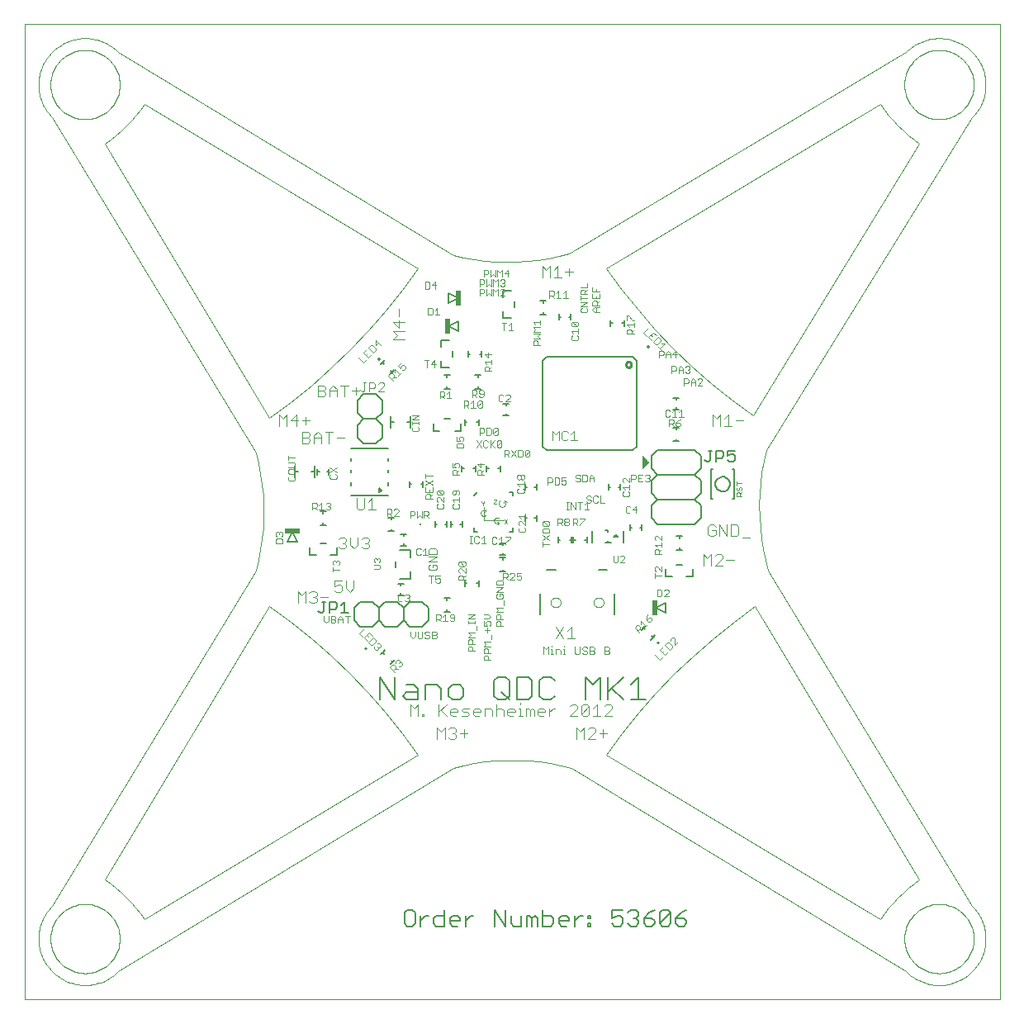
<source format=gto>
G75*
G70*
%OFA0B0*%
%FSLAX24Y24*%
%IPPOS*%
%LPD*%
%AMOC8*
5,1,8,0,0,1.08239X$1,22.5*
%
%ADD10C,0.0020*%
%ADD11C,0.0000*%
%ADD12C,0.0080*%
%ADD13C,0.0040*%
%ADD14C,0.0030*%
%ADD15C,0.0060*%
%ADD16C,0.0050*%
%ADD17R,0.0098X0.0098*%
%ADD18R,0.0098X0.0098*%
%ADD19C,0.0010*%
%ADD20C,0.0100*%
%ADD21R,0.0240X0.0620*%
%ADD22R,0.0620X0.0240*%
D10*
X016086Y010084D02*
X015454Y010945D01*
X014786Y011778D01*
X014082Y012581D01*
X013343Y013352D01*
X012572Y014091D01*
X011769Y014795D01*
X010936Y015463D01*
X010075Y016095D01*
X003446Y005046D01*
X005037Y003455D02*
X016086Y010084D01*
X017500Y009554D02*
X003977Y001334D01*
X001325Y001334D02*
X001262Y001401D01*
X001202Y001471D01*
X001145Y001543D01*
X001092Y001618D01*
X001043Y001696D01*
X000997Y001776D01*
X000956Y001858D01*
X000919Y001942D01*
X000886Y002028D01*
X000857Y002116D01*
X000832Y002204D01*
X000812Y002294D01*
X000796Y002385D01*
X000785Y002476D01*
X000778Y002568D01*
X000776Y002660D01*
X000778Y002752D01*
X000785Y002844D01*
X000796Y002935D01*
X000812Y003026D01*
X000832Y003116D01*
X000857Y003204D01*
X000886Y003292D01*
X000919Y003378D01*
X000956Y003462D01*
X000997Y003544D01*
X001043Y003624D01*
X001092Y003702D01*
X001145Y003777D01*
X001202Y003849D01*
X001262Y003919D01*
X001325Y003986D01*
X009545Y017509D01*
X010345Y018618D02*
X010345Y018758D01*
X010391Y018804D01*
X010578Y018804D01*
X010625Y018758D01*
X010625Y018618D01*
X010345Y018618D01*
X010391Y018894D02*
X010345Y018940D01*
X010345Y019034D01*
X010391Y019081D01*
X010438Y019081D01*
X010485Y019034D01*
X010532Y019081D01*
X010578Y019081D01*
X010625Y019034D01*
X010625Y018940D01*
X010578Y018894D01*
X010485Y018987D02*
X010485Y019034D01*
X011816Y019970D02*
X011816Y020250D01*
X011956Y020250D01*
X012003Y020204D01*
X012003Y020110D01*
X011956Y020063D01*
X011816Y020063D01*
X011910Y020063D02*
X012003Y019970D01*
X012093Y019970D02*
X012279Y019970D01*
X012186Y019970D02*
X012186Y020250D01*
X012093Y020157D01*
X012369Y020204D02*
X012415Y020250D01*
X012509Y020250D01*
X012556Y020204D01*
X012556Y020157D01*
X012509Y020110D01*
X012556Y020063D01*
X012556Y020017D01*
X012509Y019970D01*
X012415Y019970D01*
X012369Y020017D01*
X012462Y020110D02*
X012509Y020110D01*
X012566Y021218D02*
X012753Y021218D01*
X012800Y021264D01*
X012800Y021358D01*
X012753Y021404D01*
X012800Y021494D02*
X012520Y021681D01*
X012520Y021494D02*
X012800Y021681D01*
X012566Y021404D02*
X012520Y021358D01*
X012520Y021264D01*
X012566Y021218D01*
X011125Y021192D02*
X011125Y021285D01*
X011078Y021332D01*
X011078Y021421D02*
X011125Y021468D01*
X011125Y021561D01*
X011078Y021608D01*
X010891Y021608D01*
X010845Y021561D01*
X010845Y021468D01*
X010891Y021421D01*
X011078Y021421D01*
X010891Y021332D02*
X010845Y021285D01*
X010845Y021192D01*
X010891Y021145D01*
X011078Y021145D01*
X011125Y021192D01*
X011078Y021697D02*
X011125Y021744D01*
X011125Y021838D01*
X011078Y021884D01*
X010845Y021884D01*
X010845Y021974D02*
X010845Y022161D01*
X010845Y022067D02*
X011125Y022067D01*
X011078Y021697D02*
X010845Y021697D01*
X009545Y022282D02*
X001325Y035805D01*
X001253Y037131D02*
X001255Y037205D01*
X001261Y037280D01*
X001271Y037353D01*
X001285Y037427D01*
X001302Y037499D01*
X001324Y037570D01*
X001349Y037640D01*
X001378Y037709D01*
X001410Y037776D01*
X001447Y037841D01*
X001486Y037904D01*
X001529Y037965D01*
X001575Y038023D01*
X001624Y038079D01*
X001676Y038133D01*
X001730Y038183D01*
X001788Y038231D01*
X001847Y038275D01*
X001909Y038316D01*
X001974Y038354D01*
X002040Y038388D01*
X002107Y038419D01*
X002177Y038446D01*
X002247Y038469D01*
X002319Y038489D01*
X002392Y038505D01*
X002465Y038517D01*
X002539Y038525D01*
X002614Y038529D01*
X002688Y038529D01*
X002763Y038525D01*
X002837Y038517D01*
X002910Y038505D01*
X002983Y038489D01*
X003055Y038469D01*
X003125Y038446D01*
X003195Y038419D01*
X003262Y038388D01*
X003328Y038354D01*
X003393Y038316D01*
X003455Y038275D01*
X003514Y038231D01*
X003572Y038183D01*
X003626Y038133D01*
X003678Y038079D01*
X003727Y038023D01*
X003773Y037965D01*
X003816Y037904D01*
X003855Y037841D01*
X003892Y037776D01*
X003924Y037709D01*
X003953Y037640D01*
X003978Y037570D01*
X004000Y037499D01*
X004017Y037427D01*
X004031Y037353D01*
X004041Y037280D01*
X004047Y037205D01*
X004049Y037131D01*
X004047Y037057D01*
X004041Y036982D01*
X004031Y036909D01*
X004017Y036835D01*
X004000Y036763D01*
X003978Y036692D01*
X003953Y036622D01*
X003924Y036553D01*
X003892Y036486D01*
X003855Y036421D01*
X003816Y036358D01*
X003773Y036297D01*
X003727Y036239D01*
X003678Y036183D01*
X003626Y036129D01*
X003572Y036079D01*
X003514Y036031D01*
X003455Y035987D01*
X003393Y035946D01*
X003328Y035908D01*
X003262Y035874D01*
X003195Y035843D01*
X003125Y035816D01*
X003055Y035793D01*
X002983Y035773D01*
X002910Y035757D01*
X002837Y035745D01*
X002763Y035737D01*
X002688Y035733D01*
X002614Y035733D01*
X002539Y035737D01*
X002465Y035745D01*
X002392Y035757D01*
X002319Y035773D01*
X002247Y035793D01*
X002177Y035816D01*
X002107Y035843D01*
X002040Y035874D01*
X001974Y035908D01*
X001909Y035946D01*
X001847Y035987D01*
X001788Y036031D01*
X001730Y036079D01*
X001676Y036129D01*
X001624Y036183D01*
X001575Y036239D01*
X001529Y036297D01*
X001486Y036358D01*
X001447Y036421D01*
X001410Y036486D01*
X001378Y036553D01*
X001349Y036622D01*
X001324Y036692D01*
X001302Y036763D01*
X001285Y036835D01*
X001271Y036909D01*
X001261Y036982D01*
X001255Y037057D01*
X001253Y037131D01*
X001325Y038457D02*
X001390Y038518D01*
X001457Y038577D01*
X001527Y038632D01*
X001600Y038684D01*
X001675Y038732D01*
X001752Y038777D01*
X001832Y038818D01*
X001913Y038855D01*
X001996Y038888D01*
X002080Y038917D01*
X002166Y038942D01*
X002252Y038963D01*
X002340Y038980D01*
X002428Y038993D01*
X002517Y039001D01*
X002606Y039005D01*
X002696Y039005D01*
X002785Y039001D01*
X002874Y038993D01*
X002962Y038980D01*
X003050Y038963D01*
X003136Y038942D01*
X003222Y038917D01*
X003306Y038888D01*
X003389Y038855D01*
X003470Y038818D01*
X003550Y038777D01*
X003627Y038732D01*
X003702Y038684D01*
X003775Y038632D01*
X003845Y038577D01*
X003912Y038518D01*
X003977Y038457D01*
X017500Y030237D01*
X016784Y029175D02*
X016644Y029035D01*
X016831Y029035D01*
X016784Y028895D02*
X016784Y029175D01*
X016554Y029129D02*
X016554Y028942D01*
X016508Y028895D01*
X016368Y028895D01*
X016368Y029175D01*
X016508Y029175D01*
X016554Y029129D01*
X016086Y029707D02*
X005037Y036336D01*
X003446Y034745D02*
X010075Y023696D01*
X013685Y026119D02*
X013883Y025921D01*
X014015Y026053D01*
X014078Y026116D02*
X014210Y026248D01*
X014273Y026312D02*
X014373Y026411D01*
X014373Y026477D01*
X014240Y026609D01*
X014174Y026609D01*
X014075Y026510D01*
X014273Y026312D01*
X014045Y026281D02*
X013979Y026215D01*
X013880Y026314D02*
X014078Y026116D01*
X013880Y026314D02*
X014012Y026446D01*
X014370Y026606D02*
X014502Y026738D01*
X014568Y026606D02*
X014370Y026804D01*
X014370Y026606D01*
X015271Y025778D02*
X015370Y025679D01*
X015403Y025778D01*
X015436Y025811D01*
X015502Y025811D01*
X015568Y025745D01*
X015568Y025679D01*
X015502Y025613D01*
X015436Y025613D01*
X015406Y025517D02*
X015273Y025385D01*
X015210Y025322D02*
X015078Y025322D01*
X015111Y025355D02*
X015012Y025255D01*
X015078Y025189D02*
X014880Y025388D01*
X014979Y025487D01*
X015045Y025487D01*
X015111Y025421D01*
X015111Y025355D01*
X015141Y025517D02*
X015141Y025649D01*
X015340Y025451D01*
X015271Y025778D02*
X015403Y025910D01*
X016343Y026000D02*
X016529Y026000D01*
X016436Y026000D02*
X016436Y025720D01*
X016619Y025860D02*
X016806Y025860D01*
X016759Y025720D02*
X016759Y026000D01*
X016619Y025860D01*
X016968Y024750D02*
X017108Y024750D01*
X017154Y024704D01*
X017154Y024610D01*
X017108Y024563D01*
X016968Y024563D01*
X017061Y024563D02*
X017154Y024470D01*
X017244Y024470D02*
X017431Y024470D01*
X017337Y024470D02*
X017337Y024750D01*
X017244Y024657D01*
X016968Y024750D02*
X016968Y024470D01*
X016125Y023792D02*
X015845Y023792D01*
X015845Y023605D02*
X016125Y023792D01*
X016125Y023605D02*
X015845Y023605D01*
X015845Y023515D02*
X015845Y023421D01*
X015845Y023468D02*
X016125Y023468D01*
X016125Y023421D02*
X016125Y023515D01*
X016078Y023332D02*
X016125Y023285D01*
X016125Y023192D01*
X016078Y023145D01*
X015891Y023145D01*
X015845Y023192D01*
X015845Y023285D01*
X015891Y023332D01*
X017470Y021858D02*
X017470Y021671D01*
X017610Y021671D01*
X017563Y021765D01*
X017563Y021811D01*
X017610Y021858D01*
X017703Y021858D01*
X017750Y021811D01*
X017750Y021718D01*
X017703Y021671D01*
X017750Y021582D02*
X017657Y021488D01*
X017657Y021535D02*
X017657Y021395D01*
X017750Y021395D02*
X017470Y021395D01*
X017470Y021535D01*
X017516Y021582D01*
X017610Y021582D01*
X017657Y021535D01*
X017703Y020759D02*
X017516Y020759D01*
X017470Y020713D01*
X017470Y020619D01*
X017516Y020572D01*
X017563Y020572D01*
X017610Y020619D01*
X017610Y020759D01*
X017703Y020759D02*
X017750Y020713D01*
X017750Y020619D01*
X017703Y020572D01*
X017750Y020483D02*
X017750Y020296D01*
X017750Y020390D02*
X017470Y020390D01*
X017563Y020296D01*
X017516Y020207D02*
X017470Y020160D01*
X017470Y020067D01*
X017516Y020020D01*
X017703Y020020D01*
X017750Y020067D01*
X017750Y020160D01*
X017703Y020207D01*
X017125Y020160D02*
X017078Y020207D01*
X017125Y020160D02*
X017125Y020067D01*
X017078Y020020D01*
X016891Y020020D01*
X016845Y020067D01*
X016845Y020160D01*
X016891Y020207D01*
X016891Y020296D02*
X016845Y020343D01*
X016845Y020436D01*
X016891Y020483D01*
X016938Y020483D01*
X017125Y020296D01*
X017125Y020483D01*
X017078Y020572D02*
X017125Y020619D01*
X017125Y020713D01*
X017078Y020759D01*
X016891Y020759D01*
X017078Y020572D01*
X016891Y020572D01*
X016845Y020619D01*
X016845Y020713D01*
X016891Y020759D01*
X016675Y020691D02*
X016675Y020878D01*
X016675Y020968D02*
X016395Y021154D01*
X016395Y021244D02*
X016395Y021431D01*
X016395Y021337D02*
X016675Y021337D01*
X016675Y021154D02*
X016395Y020968D01*
X016395Y020878D02*
X016395Y020691D01*
X016675Y020691D01*
X016675Y020602D02*
X016582Y020508D01*
X016582Y020555D02*
X016582Y020415D01*
X016675Y020415D02*
X016395Y020415D01*
X016395Y020555D01*
X016441Y020602D01*
X016535Y020602D01*
X016582Y020555D01*
X016535Y020691D02*
X016535Y020785D01*
X016463Y019925D02*
X016509Y019879D01*
X016509Y019785D01*
X016463Y019738D01*
X016322Y019738D01*
X016322Y019645D02*
X016322Y019925D01*
X016463Y019925D01*
X016416Y019738D02*
X016509Y019645D01*
X016233Y019645D02*
X016233Y019925D01*
X016046Y019925D02*
X016046Y019645D01*
X016140Y019738D01*
X016233Y019645D01*
X015957Y019785D02*
X015910Y019738D01*
X015770Y019738D01*
X015770Y019645D02*
X015770Y019925D01*
X015910Y019925D01*
X015957Y019879D01*
X015957Y019785D01*
X015306Y019720D02*
X015119Y019720D01*
X015306Y019907D01*
X015306Y019954D01*
X015259Y020000D01*
X015165Y020000D01*
X015119Y019954D01*
X015029Y019954D02*
X015029Y019860D01*
X014983Y019813D01*
X014843Y019813D01*
X014936Y019813D02*
X015029Y019720D01*
X014843Y019720D02*
X014843Y020000D01*
X014983Y020000D01*
X015029Y019954D01*
X016067Y018425D02*
X016020Y018379D01*
X016020Y018192D01*
X016067Y018145D01*
X016160Y018145D01*
X016207Y018192D01*
X016296Y018145D02*
X016483Y018145D01*
X016390Y018145D02*
X016390Y018425D01*
X016296Y018332D01*
X016207Y018379D02*
X016160Y018425D01*
X016067Y018425D01*
X016520Y017300D02*
X016707Y017300D01*
X016796Y017300D02*
X016796Y017160D01*
X016890Y017207D01*
X016936Y017207D01*
X016983Y017160D01*
X016983Y017067D01*
X016936Y017020D01*
X016843Y017020D01*
X016796Y017067D01*
X016613Y017020D02*
X016613Y017300D01*
X016796Y017300D02*
X016983Y017300D01*
X017720Y017285D02*
X017766Y017332D01*
X017860Y017332D01*
X017907Y017285D01*
X017907Y017145D01*
X018000Y017145D02*
X017720Y017145D01*
X017720Y017285D01*
X017766Y017421D02*
X017720Y017468D01*
X017720Y017561D01*
X017766Y017608D01*
X017813Y017608D01*
X018000Y017421D01*
X018000Y017608D01*
X017953Y017697D02*
X017766Y017884D01*
X017953Y017884D01*
X018000Y017838D01*
X018000Y017744D01*
X017953Y017697D01*
X017766Y017697D01*
X017720Y017744D01*
X017720Y017838D01*
X017766Y017884D01*
X018000Y017332D02*
X017907Y017238D01*
X019236Y017081D02*
X019236Y016941D01*
X019516Y016941D01*
X019516Y017081D01*
X019470Y017127D01*
X019283Y017127D01*
X019236Y017081D01*
X019236Y016851D02*
X019516Y016851D01*
X019236Y016664D01*
X019516Y016664D01*
X019470Y016575D02*
X019516Y016528D01*
X019516Y016435D01*
X019470Y016388D01*
X019283Y016388D01*
X019236Y016435D01*
X019236Y016528D01*
X019283Y016575D01*
X019376Y016575D02*
X019376Y016482D01*
X019376Y016575D02*
X019470Y016575D01*
X019563Y016299D02*
X019563Y016112D01*
X019516Y016023D02*
X019236Y016023D01*
X019330Y015929D01*
X019236Y015836D01*
X019516Y015836D01*
X019423Y015700D02*
X019423Y015559D01*
X019516Y015559D02*
X019236Y015559D01*
X019236Y015700D01*
X019283Y015746D01*
X019376Y015746D01*
X019423Y015700D01*
X019376Y015470D02*
X019423Y015423D01*
X019423Y015283D01*
X019516Y015283D02*
X019236Y015283D01*
X019236Y015423D01*
X019283Y015470D01*
X019376Y015470D01*
X019016Y015430D02*
X019016Y015336D01*
X018970Y015289D01*
X018876Y015289D02*
X018830Y015383D01*
X018830Y015430D01*
X018876Y015476D01*
X018970Y015476D01*
X019016Y015430D01*
X018923Y015566D02*
X019016Y015659D01*
X018923Y015752D01*
X018736Y015752D01*
X018736Y015566D02*
X018923Y015566D01*
X018736Y015476D02*
X018736Y015289D01*
X018876Y015289D01*
X018876Y015200D02*
X018876Y015013D01*
X018783Y015107D02*
X018970Y015107D01*
X019063Y014924D02*
X019063Y014737D01*
X019016Y014648D02*
X018736Y014648D01*
X018830Y014554D01*
X018736Y014461D01*
X019016Y014461D01*
X018923Y014325D02*
X018923Y014184D01*
X019016Y014184D02*
X018736Y014184D01*
X018736Y014325D01*
X018783Y014371D01*
X018876Y014371D01*
X018923Y014325D01*
X018876Y014095D02*
X018923Y014048D01*
X018923Y013908D01*
X019016Y013908D02*
X018736Y013908D01*
X018736Y014048D01*
X018783Y014095D01*
X018876Y014095D01*
X018391Y014277D02*
X018111Y014277D01*
X018111Y014417D01*
X018158Y014463D01*
X018251Y014463D01*
X018298Y014417D01*
X018298Y014277D01*
X018298Y014553D02*
X018298Y014693D01*
X018251Y014740D01*
X018158Y014740D01*
X018111Y014693D01*
X018111Y014553D01*
X018391Y014553D01*
X018391Y014829D02*
X018111Y014829D01*
X018205Y014922D01*
X018111Y015016D01*
X018391Y015016D01*
X018438Y015105D02*
X018438Y015292D01*
X018391Y015381D02*
X018391Y015475D01*
X018391Y015428D02*
X018111Y015428D01*
X018111Y015381D02*
X018111Y015475D01*
X018111Y015566D02*
X018391Y015752D01*
X018111Y015752D01*
X018111Y015566D02*
X018391Y015566D01*
X017556Y015610D02*
X017415Y015610D01*
X017369Y015657D01*
X017369Y015704D01*
X017415Y015750D01*
X017509Y015750D01*
X017556Y015704D01*
X017556Y015517D01*
X017509Y015470D01*
X017415Y015470D01*
X017369Y015517D01*
X017279Y015470D02*
X017093Y015470D01*
X017003Y015470D02*
X016910Y015563D01*
X016956Y015563D02*
X016816Y015563D01*
X016816Y015470D02*
X016816Y015750D01*
X016956Y015750D01*
X017003Y015704D01*
X017003Y015610D01*
X016956Y015563D01*
X017093Y015657D02*
X017186Y015750D01*
X017186Y015470D01*
X015733Y016317D02*
X015686Y016270D01*
X015593Y016270D01*
X015546Y016317D01*
X015457Y016317D02*
X015410Y016270D01*
X015317Y016270D01*
X015270Y016317D01*
X015270Y016504D01*
X015317Y016550D01*
X015410Y016550D01*
X015457Y016504D01*
X015546Y016504D02*
X015593Y016550D01*
X015686Y016550D01*
X015733Y016504D01*
X015733Y016457D01*
X015686Y016410D01*
X015733Y016363D01*
X015733Y016317D01*
X015686Y016410D02*
X015640Y016410D01*
X014101Y015000D02*
X013903Y014802D01*
X014035Y014670D01*
X014098Y014606D02*
X014197Y014507D01*
X014263Y014507D01*
X014395Y014639D01*
X014395Y014705D01*
X014296Y014805D01*
X014098Y014606D01*
X014068Y014835D02*
X014002Y014901D01*
X014101Y015000D02*
X014233Y014868D01*
X014459Y014576D02*
X014525Y014576D01*
X014591Y014510D01*
X014591Y014444D01*
X014558Y014411D01*
X014492Y014411D01*
X014492Y014345D01*
X014459Y014312D01*
X014393Y014312D01*
X014326Y014378D01*
X014326Y014444D01*
X014459Y014444D02*
X014492Y014411D01*
X013840Y014865D02*
X013707Y014997D01*
X013906Y015195D01*
X015237Y013907D02*
X015304Y013907D01*
X015337Y013874D01*
X015337Y013808D01*
X015403Y013808D01*
X015436Y013775D01*
X015436Y013709D01*
X015370Y013643D01*
X015304Y013643D01*
X015273Y013546D02*
X015141Y013546D01*
X015174Y013579D02*
X015075Y013480D01*
X015141Y013414D02*
X014943Y013612D01*
X015042Y013712D01*
X015108Y013712D01*
X015174Y013646D01*
X015174Y013579D01*
X015171Y013775D02*
X015171Y013841D01*
X015237Y013907D01*
X015337Y013808D02*
X015304Y013775D01*
X012645Y017468D02*
X012645Y017654D01*
X012645Y017561D02*
X012925Y017561D01*
X012878Y017744D02*
X012925Y017790D01*
X012925Y017884D01*
X012878Y017931D01*
X012832Y017931D01*
X012785Y017884D01*
X012785Y017837D01*
X012785Y017884D02*
X012738Y017931D01*
X012691Y017931D01*
X012645Y017884D01*
X012645Y017790D01*
X012691Y017744D01*
X017645Y022468D02*
X017645Y022608D01*
X017691Y022654D01*
X017878Y022654D01*
X017925Y022608D01*
X017925Y022468D01*
X017645Y022468D01*
X017645Y022744D02*
X017785Y022744D01*
X017738Y022837D01*
X017738Y022884D01*
X017785Y022931D01*
X017878Y022931D01*
X017925Y022884D01*
X017925Y022790D01*
X017878Y022744D01*
X017645Y022744D02*
X017645Y022931D01*
X018448Y022767D02*
X018635Y022486D01*
X018724Y022533D02*
X018724Y022720D01*
X018771Y022767D01*
X018864Y022767D01*
X018911Y022720D01*
X019001Y022767D02*
X019001Y022486D01*
X019001Y022580D02*
X019187Y022767D01*
X019277Y022720D02*
X019324Y022767D01*
X019417Y022767D01*
X019464Y022720D01*
X019277Y022533D01*
X019324Y022486D01*
X019417Y022486D01*
X019464Y022533D01*
X019464Y022720D01*
X019277Y022720D02*
X019277Y022533D01*
X019187Y022486D02*
X019047Y022627D01*
X018911Y022533D02*
X018864Y022486D01*
X018771Y022486D01*
X018724Y022533D01*
X018635Y022767D02*
X018448Y022486D01*
X018573Y022986D02*
X018573Y023267D01*
X018713Y023267D01*
X018760Y023220D01*
X018760Y023127D01*
X018713Y023080D01*
X018573Y023080D01*
X018849Y022986D02*
X018989Y022986D01*
X019036Y023033D01*
X019036Y023220D01*
X018989Y023267D01*
X018849Y023267D01*
X018849Y022986D01*
X019126Y023033D02*
X019312Y023220D01*
X019312Y023033D01*
X019266Y022986D01*
X019172Y022986D01*
X019126Y023033D01*
X019126Y023220D01*
X019172Y023267D01*
X019266Y023267D01*
X019312Y023220D01*
X019573Y022392D02*
X019713Y022392D01*
X019760Y022345D01*
X019760Y022252D01*
X019713Y022205D01*
X019573Y022205D01*
X019573Y022111D02*
X019573Y022392D01*
X019667Y022205D02*
X019760Y022111D01*
X019849Y022111D02*
X020036Y022392D01*
X020126Y022392D02*
X020266Y022392D01*
X020312Y022345D01*
X020312Y022158D01*
X020266Y022111D01*
X020126Y022111D01*
X020126Y022392D01*
X019849Y022392D02*
X020036Y022111D01*
X020402Y022158D02*
X020589Y022345D01*
X020589Y022158D01*
X020542Y022111D01*
X020449Y022111D01*
X020402Y022158D01*
X020402Y022345D01*
X020449Y022392D01*
X020542Y022392D01*
X020589Y022345D01*
X020328Y021384D02*
X020282Y021384D01*
X020235Y021338D01*
X020235Y021244D01*
X020188Y021197D01*
X020141Y021197D01*
X020095Y021244D01*
X020095Y021338D01*
X020141Y021384D01*
X020188Y021384D01*
X020235Y021338D01*
X020235Y021244D02*
X020282Y021197D01*
X020328Y021197D01*
X020375Y021244D01*
X020375Y021338D01*
X020328Y021384D01*
X020375Y021108D02*
X020375Y020921D01*
X020375Y021015D02*
X020095Y021015D01*
X020188Y020921D01*
X020141Y020832D02*
X020095Y020785D01*
X020095Y020692D01*
X020141Y020645D01*
X020328Y020645D01*
X020375Y020692D01*
X020375Y020785D01*
X020328Y020832D01*
X021323Y020986D02*
X021323Y021267D01*
X021463Y021267D01*
X021510Y021220D01*
X021510Y021127D01*
X021463Y021080D01*
X021323Y021080D01*
X021599Y020986D02*
X021739Y020986D01*
X021786Y021033D01*
X021786Y021220D01*
X021739Y021267D01*
X021599Y021267D01*
X021599Y020986D01*
X021876Y021033D02*
X021922Y020986D01*
X022016Y020986D01*
X022062Y021033D01*
X022062Y021127D01*
X022016Y021173D01*
X021969Y021173D01*
X021876Y021127D01*
X021876Y021267D01*
X022062Y021267D01*
X022448Y021298D02*
X022495Y021252D01*
X022588Y021252D01*
X022635Y021205D01*
X022635Y021158D01*
X022588Y021111D01*
X022495Y021111D01*
X022448Y021158D01*
X022448Y021298D02*
X022448Y021345D01*
X022495Y021392D01*
X022588Y021392D01*
X022635Y021345D01*
X022724Y021392D02*
X022864Y021392D01*
X022911Y021345D01*
X022911Y021158D01*
X022864Y021111D01*
X022724Y021111D01*
X022724Y021392D01*
X023001Y021298D02*
X023094Y021392D01*
X023187Y021298D01*
X023187Y021111D01*
X023187Y021252D02*
X023001Y021252D01*
X023001Y021298D02*
X023001Y021111D01*
X023028Y020534D02*
X022935Y020534D01*
X022888Y020487D01*
X022888Y020440D01*
X022935Y020394D01*
X023028Y020394D01*
X023075Y020347D01*
X023075Y020300D01*
X023028Y020254D01*
X022935Y020254D01*
X022888Y020300D01*
X022903Y020267D02*
X022903Y019986D01*
X022810Y019986D02*
X022997Y019986D01*
X022810Y020173D02*
X022903Y020267D01*
X022720Y020267D02*
X022534Y020267D01*
X022444Y020267D02*
X022444Y019986D01*
X022257Y020267D01*
X022257Y019986D01*
X022167Y019986D02*
X022073Y019986D01*
X022120Y019986D02*
X022120Y020267D01*
X022073Y020267D02*
X022167Y020267D01*
X022627Y020267D02*
X022627Y019986D01*
X022619Y019625D02*
X022806Y019625D01*
X022806Y019579D01*
X022619Y019392D01*
X022619Y019345D01*
X022529Y019345D02*
X022436Y019438D01*
X022483Y019438D02*
X022343Y019438D01*
X022343Y019345D02*
X022343Y019625D01*
X022483Y019625D01*
X022529Y019579D01*
X022529Y019485D01*
X022483Y019438D01*
X022181Y019438D02*
X022181Y019392D01*
X022134Y019345D01*
X022040Y019345D01*
X021994Y019392D01*
X021994Y019438D01*
X022040Y019485D01*
X022134Y019485D01*
X022181Y019438D01*
X022134Y019485D02*
X022181Y019532D01*
X022181Y019579D01*
X022134Y019625D01*
X022040Y019625D01*
X021994Y019579D01*
X021994Y019532D01*
X022040Y019485D01*
X021904Y019485D02*
X021858Y019438D01*
X021718Y019438D01*
X021811Y019438D02*
X021904Y019345D01*
X021904Y019485D02*
X021904Y019579D01*
X021858Y019625D01*
X021718Y019625D01*
X021718Y019345D01*
X021391Y019362D02*
X021345Y019316D01*
X021158Y019502D01*
X021345Y019502D01*
X021391Y019456D01*
X021391Y019362D01*
X021345Y019316D02*
X021158Y019316D01*
X021111Y019362D01*
X021111Y019456D01*
X021158Y019502D01*
X021158Y019226D02*
X021111Y019180D01*
X021111Y019039D01*
X021391Y019039D01*
X021391Y019180D01*
X021345Y019226D01*
X021158Y019226D01*
X021111Y018950D02*
X021391Y018763D01*
X021391Y018580D02*
X021111Y018580D01*
X021111Y018487D02*
X021111Y018674D01*
X021111Y018763D02*
X021391Y018950D01*
X020425Y019113D02*
X020378Y019066D01*
X020191Y019066D01*
X020145Y019113D01*
X020145Y019206D01*
X020191Y019253D01*
X020191Y019343D02*
X020145Y019389D01*
X020145Y019483D01*
X020191Y019529D01*
X020238Y019529D01*
X020425Y019343D01*
X020425Y019529D01*
X020425Y019619D02*
X020425Y019806D01*
X020425Y019712D02*
X020145Y019712D01*
X020238Y019619D01*
X020378Y019253D02*
X020425Y019206D01*
X020425Y019113D01*
X019806Y018875D02*
X019806Y018829D01*
X019619Y018642D01*
X019619Y018595D01*
X019529Y018595D02*
X019343Y018595D01*
X019436Y018595D02*
X019436Y018875D01*
X019343Y018782D01*
X019253Y018829D02*
X019206Y018875D01*
X019113Y018875D01*
X019066Y018829D01*
X019066Y018642D01*
X019113Y018595D01*
X019206Y018595D01*
X019253Y018642D01*
X018828Y018622D02*
X018641Y018622D01*
X018734Y018622D02*
X018734Y018903D01*
X018641Y018809D01*
X018551Y018856D02*
X018505Y018903D01*
X018411Y018903D01*
X018365Y018856D01*
X018365Y018669D01*
X018411Y018622D01*
X018505Y018622D01*
X018551Y018669D01*
X018274Y018622D02*
X018180Y018622D01*
X018227Y018622D02*
X018227Y018903D01*
X018180Y018903D02*
X018274Y018903D01*
X019619Y018875D02*
X019806Y018875D01*
X019843Y017425D02*
X019796Y017379D01*
X019843Y017425D02*
X019936Y017425D01*
X019983Y017379D01*
X019983Y017332D01*
X019796Y017145D01*
X019983Y017145D01*
X020072Y017192D02*
X020119Y017145D01*
X020213Y017145D01*
X020259Y017192D01*
X020259Y017285D01*
X020213Y017332D01*
X020166Y017332D01*
X020072Y017285D01*
X020072Y017425D01*
X020259Y017425D01*
X019707Y017379D02*
X019707Y017285D01*
X019660Y017238D01*
X019520Y017238D01*
X019520Y017145D02*
X019520Y017425D01*
X019660Y017425D01*
X019707Y017379D01*
X019613Y017238D02*
X019707Y017145D01*
X023075Y020487D02*
X023028Y020534D01*
X023164Y020487D02*
X023164Y020300D01*
X023211Y020254D01*
X023305Y020254D01*
X023351Y020300D01*
X023441Y020254D02*
X023441Y020534D01*
X023351Y020487D02*
X023305Y020534D01*
X023211Y020534D01*
X023164Y020487D01*
X023441Y020254D02*
X023627Y020254D01*
X024345Y020567D02*
X024391Y020520D01*
X024578Y020520D01*
X024625Y020567D01*
X024625Y020660D01*
X024578Y020707D01*
X024625Y020796D02*
X024625Y020983D01*
X024625Y021072D02*
X024438Y021259D01*
X024391Y021259D01*
X024345Y021213D01*
X024345Y021119D01*
X024391Y021072D01*
X024345Y020890D02*
X024625Y020890D01*
X024625Y021072D02*
X024625Y021259D01*
X024698Y021205D02*
X024838Y021205D01*
X024885Y021252D01*
X024885Y021345D01*
X024838Y021392D01*
X024698Y021392D01*
X024698Y021111D01*
X024974Y021111D02*
X025161Y021111D01*
X025251Y021158D02*
X025297Y021111D01*
X025391Y021111D01*
X025437Y021158D01*
X025437Y021205D01*
X025391Y021252D01*
X025344Y021252D01*
X025391Y021252D02*
X025437Y021298D01*
X025437Y021345D01*
X025391Y021392D01*
X025297Y021392D01*
X025251Y021345D01*
X025161Y021392D02*
X024974Y021392D01*
X024974Y021111D01*
X024974Y021252D02*
X025068Y021252D01*
X025135Y021635D02*
X025135Y022135D01*
X025385Y021885D01*
X025135Y021635D01*
X025135Y021643D02*
X025143Y021643D01*
X025135Y021661D02*
X025161Y021661D01*
X025180Y021680D02*
X025135Y021680D01*
X025135Y021698D02*
X025198Y021698D01*
X025217Y021717D02*
X025135Y021717D01*
X025135Y021735D02*
X025235Y021735D01*
X025254Y021754D02*
X025135Y021754D01*
X025135Y021772D02*
X025272Y021772D01*
X025291Y021791D02*
X025135Y021791D01*
X025135Y021809D02*
X025309Y021809D01*
X025328Y021828D02*
X025135Y021828D01*
X025135Y021846D02*
X025346Y021846D01*
X025365Y021865D02*
X025135Y021865D01*
X025135Y021883D02*
X025383Y021883D01*
X025368Y021902D02*
X025135Y021902D01*
X025135Y021920D02*
X025350Y021920D01*
X025331Y021939D02*
X025135Y021939D01*
X025135Y021957D02*
X025313Y021957D01*
X025294Y021976D02*
X025135Y021976D01*
X025135Y021994D02*
X025276Y021994D01*
X025257Y022013D02*
X025135Y022013D01*
X025135Y022031D02*
X025239Y022031D01*
X025220Y022050D02*
X025135Y022050D01*
X025135Y022068D02*
X025202Y022068D01*
X025183Y022087D02*
X025135Y022087D01*
X025135Y022105D02*
X025165Y022105D01*
X025146Y022124D02*
X025135Y022124D01*
X024345Y020890D02*
X024438Y020796D01*
X024391Y020707D02*
X024345Y020660D01*
X024345Y020567D01*
X024514Y020125D02*
X024468Y020079D01*
X024468Y019892D01*
X024514Y019845D01*
X024608Y019845D01*
X024654Y019892D01*
X024744Y019985D02*
X024931Y019985D01*
X024884Y019845D02*
X024884Y020125D01*
X024744Y019985D01*
X024654Y020079D02*
X024608Y020125D01*
X024514Y020125D01*
X025691Y018931D02*
X025645Y018884D01*
X025645Y018790D01*
X025691Y018744D01*
X025691Y018931D02*
X025738Y018931D01*
X025925Y018744D01*
X025925Y018931D01*
X025925Y018654D02*
X025925Y018468D01*
X025925Y018378D02*
X025832Y018285D01*
X025832Y018331D02*
X025832Y018191D01*
X025925Y018191D02*
X025645Y018191D01*
X025645Y018331D01*
X025691Y018378D01*
X025785Y018378D01*
X025832Y018331D01*
X025738Y018468D02*
X025645Y018561D01*
X025925Y018561D01*
X025925Y017681D02*
X025925Y017494D01*
X025738Y017681D01*
X025691Y017681D01*
X025645Y017634D01*
X025645Y017540D01*
X025691Y017494D01*
X025645Y017404D02*
X025645Y017218D01*
X025645Y017311D02*
X025925Y017311D01*
X025885Y016750D02*
X025745Y016750D01*
X025745Y016470D01*
X025885Y016470D01*
X025932Y016517D01*
X025932Y016704D01*
X025885Y016750D01*
X026021Y016704D02*
X026068Y016750D01*
X026161Y016750D01*
X026208Y016704D01*
X026208Y016657D01*
X026021Y016470D01*
X026208Y016470D01*
X025356Y015745D02*
X025323Y015646D01*
X025323Y015514D01*
X025422Y015613D01*
X025488Y015613D01*
X025521Y015580D01*
X025521Y015514D01*
X025455Y015448D01*
X025389Y015448D01*
X025323Y015514D01*
X025359Y015352D02*
X025227Y015219D01*
X025164Y015156D02*
X025031Y015156D01*
X025064Y015189D02*
X024965Y015090D01*
X025031Y015024D02*
X024833Y015222D01*
X024932Y015321D01*
X024998Y015321D01*
X025064Y015255D01*
X025064Y015189D01*
X025095Y015352D02*
X025095Y015484D01*
X025293Y015286D01*
X026047Y014509D02*
X026146Y014608D01*
X026212Y014608D01*
X026344Y014476D01*
X026344Y014410D01*
X026245Y014311D01*
X026047Y014509D01*
X025984Y014446D02*
X025852Y014314D01*
X026050Y014116D01*
X026182Y014248D01*
X026017Y014281D02*
X025951Y014215D01*
X025987Y014053D02*
X025855Y013921D01*
X025656Y014119D01*
X026275Y014672D02*
X026275Y014738D01*
X026342Y014804D01*
X026408Y014804D01*
X026441Y014771D01*
X026441Y014507D01*
X026573Y014639D01*
X029698Y016095D02*
X036327Y005046D01*
X034736Y003455D02*
X023687Y010084D01*
X022273Y009554D02*
X035796Y001334D01*
X035861Y001273D01*
X035928Y001214D01*
X035998Y001159D01*
X036071Y001107D01*
X036146Y001059D01*
X036223Y001014D01*
X036303Y000973D01*
X036384Y000936D01*
X036467Y000903D01*
X036551Y000874D01*
X036637Y000849D01*
X036723Y000828D01*
X036811Y000811D01*
X036899Y000798D01*
X036988Y000790D01*
X037077Y000786D01*
X037167Y000786D01*
X037256Y000790D01*
X037345Y000798D01*
X037433Y000811D01*
X037521Y000828D01*
X037607Y000849D01*
X037693Y000874D01*
X037777Y000903D01*
X037860Y000936D01*
X037941Y000973D01*
X038021Y001014D01*
X038098Y001059D01*
X038173Y001107D01*
X038246Y001159D01*
X038316Y001214D01*
X038383Y001273D01*
X038448Y001334D01*
X038509Y001399D01*
X038568Y001466D01*
X038623Y001536D01*
X038675Y001609D01*
X038723Y001684D01*
X038768Y001761D01*
X038809Y001841D01*
X038846Y001922D01*
X038879Y002005D01*
X038908Y002089D01*
X038933Y002175D01*
X038954Y002261D01*
X038971Y002349D01*
X038984Y002437D01*
X038992Y002526D01*
X038996Y002615D01*
X038996Y002705D01*
X038992Y002794D01*
X038984Y002883D01*
X038971Y002971D01*
X038954Y003059D01*
X038933Y003145D01*
X038908Y003231D01*
X038879Y003315D01*
X038846Y003398D01*
X038809Y003479D01*
X038768Y003559D01*
X038723Y003636D01*
X038675Y003711D01*
X038623Y003784D01*
X038568Y003854D01*
X038509Y003921D01*
X038448Y003986D01*
X030228Y017509D01*
X029162Y020520D02*
X028942Y020520D01*
X028942Y020630D01*
X028979Y020667D01*
X029052Y020667D01*
X029089Y020630D01*
X029089Y020520D01*
X029089Y020593D02*
X029162Y020667D01*
X029126Y020741D02*
X029162Y020778D01*
X029162Y020851D01*
X029126Y020888D01*
X029089Y020888D01*
X029052Y020851D01*
X029052Y020778D01*
X029016Y020741D01*
X028979Y020741D01*
X028942Y020778D01*
X028942Y020851D01*
X028979Y020888D01*
X028942Y020962D02*
X028942Y021109D01*
X028942Y021035D02*
X029162Y021035D01*
X026681Y023392D02*
X026681Y023438D01*
X026634Y023485D01*
X026494Y023485D01*
X026494Y023392D01*
X026540Y023345D01*
X026634Y023345D01*
X026681Y023392D01*
X026494Y023485D02*
X026587Y023579D01*
X026681Y023625D01*
X026712Y023720D02*
X026712Y024000D01*
X026619Y023907D01*
X026619Y023720D02*
X026806Y023720D01*
X026529Y023720D02*
X026343Y023720D01*
X026436Y023720D02*
X026436Y024000D01*
X026343Y023907D01*
X026253Y023954D02*
X026206Y024000D01*
X026113Y024000D01*
X026066Y023954D01*
X026066Y023767D01*
X026113Y023720D01*
X026206Y023720D01*
X026253Y023767D01*
X026218Y023625D02*
X026358Y023625D01*
X026404Y023579D01*
X026404Y023485D01*
X026358Y023438D01*
X026218Y023438D01*
X026311Y023438D02*
X026404Y023345D01*
X026218Y023345D02*
X026218Y023625D01*
X026823Y024986D02*
X026823Y025267D01*
X026963Y025267D01*
X027010Y025220D01*
X027010Y025127D01*
X026963Y025080D01*
X026823Y025080D01*
X027099Y025127D02*
X027286Y025127D01*
X027286Y025173D02*
X027286Y024986D01*
X027376Y024986D02*
X027562Y025173D01*
X027562Y025220D01*
X027516Y025267D01*
X027422Y025267D01*
X027376Y025220D01*
X027286Y025173D02*
X027193Y025267D01*
X027099Y025173D01*
X027099Y024986D01*
X027376Y024986D02*
X027562Y024986D01*
X027016Y025486D02*
X026922Y025486D01*
X026876Y025533D01*
X026786Y025486D02*
X026786Y025673D01*
X026693Y025767D01*
X026599Y025673D01*
X026599Y025486D01*
X026599Y025627D02*
X026786Y025627D01*
X026876Y025720D02*
X026922Y025767D01*
X027016Y025767D01*
X027062Y025720D01*
X027062Y025673D01*
X027016Y025627D01*
X027062Y025580D01*
X027062Y025533D01*
X027016Y025486D01*
X027016Y025627D02*
X026969Y025627D01*
X026510Y025627D02*
X026463Y025580D01*
X026323Y025580D01*
X026323Y025486D02*
X026323Y025767D01*
X026463Y025767D01*
X026510Y025720D01*
X026510Y025627D01*
X026492Y026111D02*
X026492Y026382D01*
X026357Y026247D01*
X026537Y026247D01*
X026270Y026247D02*
X026090Y026247D01*
X026090Y026292D02*
X026090Y026111D01*
X025958Y026202D02*
X025823Y026202D01*
X025823Y026111D02*
X025823Y026382D01*
X025958Y026382D01*
X026003Y026337D01*
X026003Y026247D01*
X025958Y026202D01*
X026090Y026292D02*
X026180Y026382D01*
X026270Y026292D01*
X026270Y026111D01*
X025904Y026411D02*
X025772Y026543D01*
X025838Y026477D02*
X026036Y026675D01*
X025904Y026675D01*
X025874Y026771D02*
X025874Y026837D01*
X025775Y026936D01*
X025576Y026738D01*
X025675Y026639D01*
X025742Y026639D01*
X025874Y026771D01*
X025711Y026999D02*
X025579Y027132D01*
X025381Y026933D01*
X025513Y026801D01*
X025546Y026966D02*
X025480Y027032D01*
X025318Y026997D02*
X025186Y027129D01*
X025384Y027327D01*
X024800Y027343D02*
X024800Y027529D01*
X024800Y027619D02*
X024753Y027619D01*
X024566Y027806D01*
X024520Y027806D01*
X024520Y027619D01*
X024520Y027436D02*
X024800Y027436D01*
X024800Y027253D02*
X024707Y027160D01*
X024707Y027206D02*
X024707Y027066D01*
X024800Y027066D02*
X024520Y027066D01*
X024520Y027206D01*
X024566Y027253D01*
X024660Y027253D01*
X024707Y027206D01*
X024613Y027343D02*
X024520Y027436D01*
X023409Y027948D02*
X023222Y027948D01*
X023128Y028042D01*
X023222Y028135D01*
X023409Y028135D01*
X023409Y028224D02*
X023128Y028224D01*
X023128Y028364D01*
X023175Y028411D01*
X023268Y028411D01*
X023315Y028364D01*
X023315Y028224D01*
X023315Y028318D02*
X023409Y028411D01*
X023409Y028501D02*
X023409Y028687D01*
X023409Y028777D02*
X023128Y028777D01*
X023128Y028964D01*
X023268Y028870D02*
X023268Y028777D01*
X023128Y028687D02*
X023128Y028501D01*
X023409Y028501D01*
X023268Y028501D02*
X023268Y028594D01*
X022909Y028529D02*
X022658Y028529D01*
X022658Y028612D02*
X022658Y028445D01*
X022658Y028364D02*
X022909Y028364D01*
X022658Y028197D01*
X022909Y028197D01*
X022867Y028115D02*
X022909Y028073D01*
X022909Y027990D01*
X022867Y027948D01*
X022700Y027948D01*
X022658Y027990D01*
X022658Y028073D01*
X022700Y028115D01*
X023268Y028135D02*
X023268Y027948D01*
X022909Y028694D02*
X022658Y028694D01*
X022658Y028819D01*
X022700Y028861D01*
X022783Y028861D01*
X022825Y028819D01*
X022825Y028694D01*
X022825Y028777D02*
X022909Y028861D01*
X022909Y028943D02*
X022909Y029109D01*
X022909Y028943D02*
X022658Y028943D01*
X022041Y028800D02*
X022041Y028520D01*
X022134Y028520D02*
X021947Y028520D01*
X021858Y028520D02*
X021671Y028520D01*
X021582Y028520D02*
X021488Y028613D01*
X021535Y028613D02*
X021395Y028613D01*
X021395Y028520D02*
X021395Y028800D01*
X021535Y028800D01*
X021582Y028754D01*
X021582Y028660D01*
X021535Y028613D01*
X021671Y028707D02*
X021765Y028800D01*
X021765Y028520D01*
X021947Y028707D02*
X022041Y028800D01*
X022316Y027556D02*
X022270Y027509D01*
X022270Y027415D01*
X022316Y027369D01*
X022503Y027369D01*
X022316Y027556D01*
X022503Y027556D01*
X022550Y027509D01*
X022550Y027415D01*
X022503Y027369D01*
X022550Y027279D02*
X022550Y027093D01*
X022550Y027186D02*
X022270Y027186D01*
X022363Y027093D01*
X022316Y027003D02*
X022270Y026956D01*
X022270Y026863D01*
X022316Y026816D01*
X022503Y026816D01*
X022550Y026863D01*
X022550Y026956D01*
X022503Y027003D01*
X021016Y027075D02*
X020923Y026982D01*
X021016Y026888D01*
X020736Y026888D01*
X020783Y026799D02*
X020876Y026799D01*
X020923Y026752D01*
X020923Y026612D01*
X021016Y026612D02*
X020736Y026612D01*
X020736Y026752D01*
X020783Y026799D01*
X020736Y027075D02*
X021016Y027075D01*
X021016Y027164D02*
X020736Y027164D01*
X020830Y027258D01*
X020736Y027351D01*
X021016Y027351D01*
X021016Y027441D02*
X021016Y027627D01*
X021016Y027534D02*
X020736Y027534D01*
X020830Y027441D01*
X019931Y027220D02*
X019744Y027220D01*
X019837Y027220D02*
X019837Y027500D01*
X019744Y027407D01*
X019654Y027500D02*
X019468Y027500D01*
X019561Y027500D02*
X019561Y027220D01*
X019050Y026259D02*
X018770Y026259D01*
X018910Y026119D01*
X018910Y026306D01*
X019050Y026029D02*
X019050Y025843D01*
X019050Y025753D02*
X018957Y025660D01*
X018957Y025706D02*
X018957Y025566D01*
X019050Y025566D02*
X018770Y025566D01*
X018770Y025706D01*
X018816Y025753D01*
X018910Y025753D01*
X018957Y025706D01*
X018863Y025843D02*
X018770Y025936D01*
X019050Y025936D01*
X018686Y024800D02*
X018593Y024800D01*
X018546Y024754D01*
X018546Y024707D01*
X018593Y024660D01*
X018733Y024660D01*
X018733Y024567D02*
X018733Y024754D01*
X018686Y024800D01*
X018457Y024754D02*
X018457Y024660D01*
X018410Y024613D01*
X018270Y024613D01*
X018270Y024520D02*
X018270Y024800D01*
X018410Y024800D01*
X018457Y024754D01*
X018363Y024613D02*
X018457Y024520D01*
X018546Y024567D02*
X018593Y024520D01*
X018686Y024520D01*
X018733Y024567D01*
X018634Y024375D02*
X018681Y024329D01*
X018494Y024142D01*
X018540Y024095D01*
X018634Y024095D01*
X018681Y024142D01*
X018681Y024329D01*
X018634Y024375D02*
X018540Y024375D01*
X018494Y024329D01*
X018494Y024142D01*
X018404Y024095D02*
X018218Y024095D01*
X018128Y024095D02*
X018035Y024188D01*
X018081Y024188D02*
X017941Y024188D01*
X017941Y024095D02*
X017941Y024375D01*
X018081Y024375D01*
X018128Y024329D01*
X018128Y024235D01*
X018081Y024188D01*
X018218Y024282D02*
X018311Y024375D01*
X018311Y024095D01*
X019343Y024392D02*
X019389Y024345D01*
X019483Y024345D01*
X019529Y024392D01*
X019619Y024345D02*
X019806Y024532D01*
X019806Y024579D01*
X019759Y024625D01*
X019665Y024625D01*
X019619Y024579D01*
X019529Y024579D02*
X019483Y024625D01*
X019389Y024625D01*
X019343Y024579D01*
X019343Y024392D01*
X019619Y024345D02*
X019806Y024345D01*
X018750Y021811D02*
X018470Y021811D01*
X018610Y021671D01*
X018610Y021858D01*
X018610Y021582D02*
X018657Y021535D01*
X018657Y021395D01*
X018750Y021395D02*
X018470Y021395D01*
X018470Y021535D01*
X018516Y021582D01*
X018610Y021582D01*
X018657Y021488D02*
X018750Y021582D01*
X023968Y018125D02*
X023968Y017892D01*
X024014Y017845D01*
X024108Y017845D01*
X024154Y017892D01*
X024154Y018125D01*
X024244Y018079D02*
X024290Y018125D01*
X024384Y018125D01*
X024431Y018079D01*
X024431Y018032D01*
X024244Y017845D01*
X024431Y017845D01*
X029609Y023785D02*
X036327Y034745D01*
X034736Y036336D02*
X023687Y029707D01*
X022185Y030325D02*
X035796Y038457D01*
X035724Y037131D02*
X035726Y037205D01*
X035732Y037280D01*
X035742Y037353D01*
X035756Y037427D01*
X035773Y037499D01*
X035795Y037570D01*
X035820Y037640D01*
X035849Y037709D01*
X035881Y037776D01*
X035918Y037841D01*
X035957Y037904D01*
X036000Y037965D01*
X036046Y038023D01*
X036095Y038079D01*
X036147Y038133D01*
X036201Y038183D01*
X036259Y038231D01*
X036318Y038275D01*
X036380Y038316D01*
X036445Y038354D01*
X036511Y038388D01*
X036578Y038419D01*
X036648Y038446D01*
X036718Y038469D01*
X036790Y038489D01*
X036863Y038505D01*
X036936Y038517D01*
X037010Y038525D01*
X037085Y038529D01*
X037159Y038529D01*
X037234Y038525D01*
X037308Y038517D01*
X037381Y038505D01*
X037454Y038489D01*
X037526Y038469D01*
X037596Y038446D01*
X037666Y038419D01*
X037733Y038388D01*
X037799Y038354D01*
X037864Y038316D01*
X037926Y038275D01*
X037985Y038231D01*
X038043Y038183D01*
X038097Y038133D01*
X038149Y038079D01*
X038198Y038023D01*
X038244Y037965D01*
X038287Y037904D01*
X038326Y037841D01*
X038363Y037776D01*
X038395Y037709D01*
X038424Y037640D01*
X038449Y037570D01*
X038471Y037499D01*
X038488Y037427D01*
X038502Y037353D01*
X038512Y037280D01*
X038518Y037205D01*
X038520Y037131D01*
X038518Y037057D01*
X038512Y036982D01*
X038502Y036909D01*
X038488Y036835D01*
X038471Y036763D01*
X038449Y036692D01*
X038424Y036622D01*
X038395Y036553D01*
X038363Y036486D01*
X038326Y036421D01*
X038287Y036358D01*
X038244Y036297D01*
X038198Y036239D01*
X038149Y036183D01*
X038097Y036129D01*
X038043Y036079D01*
X037985Y036031D01*
X037926Y035987D01*
X037864Y035946D01*
X037799Y035908D01*
X037733Y035874D01*
X037666Y035843D01*
X037596Y035816D01*
X037526Y035793D01*
X037454Y035773D01*
X037381Y035757D01*
X037308Y035745D01*
X037234Y035737D01*
X037159Y035733D01*
X037085Y035733D01*
X037010Y035737D01*
X036936Y035745D01*
X036863Y035757D01*
X036790Y035773D01*
X036718Y035793D01*
X036648Y035816D01*
X036578Y035843D01*
X036511Y035874D01*
X036445Y035908D01*
X036380Y035946D01*
X036318Y035987D01*
X036259Y036031D01*
X036201Y036079D01*
X036147Y036129D01*
X036095Y036183D01*
X036046Y036239D01*
X036000Y036297D01*
X035957Y036358D01*
X035918Y036421D01*
X035881Y036486D01*
X035849Y036553D01*
X035820Y036622D01*
X035795Y036692D01*
X035773Y036763D01*
X035756Y036835D01*
X035742Y036909D01*
X035732Y036982D01*
X035726Y037057D01*
X035724Y037131D01*
X035796Y038457D02*
X035863Y038520D01*
X035933Y038580D01*
X036005Y038637D01*
X036080Y038690D01*
X036158Y038739D01*
X036238Y038785D01*
X036320Y038826D01*
X036404Y038863D01*
X036490Y038896D01*
X036578Y038925D01*
X036666Y038950D01*
X036756Y038970D01*
X036847Y038986D01*
X036938Y038997D01*
X037030Y039004D01*
X037122Y039006D01*
X037214Y039004D01*
X037306Y038997D01*
X037397Y038986D01*
X037488Y038970D01*
X037578Y038950D01*
X037666Y038925D01*
X037754Y038896D01*
X037840Y038863D01*
X037924Y038826D01*
X038006Y038785D01*
X038086Y038739D01*
X038164Y038690D01*
X038239Y038637D01*
X038311Y038580D01*
X038381Y038520D01*
X038448Y038457D01*
X038509Y038392D01*
X038568Y038325D01*
X038623Y038255D01*
X038675Y038182D01*
X038723Y038107D01*
X038768Y038030D01*
X038809Y037950D01*
X038846Y037869D01*
X038879Y037786D01*
X038908Y037702D01*
X038933Y037616D01*
X038954Y037530D01*
X038971Y037442D01*
X038984Y037354D01*
X038992Y037265D01*
X038996Y037176D01*
X038996Y037086D01*
X038992Y036997D01*
X038984Y036908D01*
X038971Y036820D01*
X038954Y036732D01*
X038933Y036646D01*
X038908Y036560D01*
X038879Y036476D01*
X038846Y036393D01*
X038809Y036312D01*
X038768Y036232D01*
X038723Y036155D01*
X038675Y036080D01*
X038623Y036007D01*
X038568Y035937D01*
X038509Y035870D01*
X038448Y035805D01*
X036327Y034745D02*
X036099Y034912D01*
X035878Y035089D01*
X035666Y035275D01*
X035462Y035471D01*
X035266Y035675D01*
X035080Y035887D01*
X034903Y036108D01*
X034736Y036336D01*
X023687Y029706D02*
X024309Y028858D01*
X024968Y028037D01*
X025662Y027246D01*
X026389Y026486D01*
X027149Y025759D01*
X027940Y025065D01*
X028761Y024406D01*
X029609Y023784D01*
X030139Y022371D02*
X030042Y021934D01*
X029965Y021494D01*
X029910Y021050D01*
X029875Y020605D01*
X029862Y020158D01*
X029870Y019711D01*
X029900Y019265D01*
X029950Y018821D01*
X030022Y018379D01*
X030114Y017942D01*
X030228Y017509D01*
X019589Y028611D02*
X019402Y028611D01*
X019589Y028798D01*
X019589Y028845D01*
X019542Y028892D01*
X019449Y028892D01*
X019402Y028845D01*
X019312Y028892D02*
X019312Y028611D01*
X019126Y028611D02*
X019126Y028892D01*
X019219Y028798D01*
X019312Y028892D01*
X019312Y028986D02*
X019312Y029267D01*
X019219Y029173D01*
X019126Y029267D01*
X019126Y028986D01*
X019036Y028986D02*
X019036Y029267D01*
X019013Y029379D02*
X019107Y029472D01*
X019200Y029379D01*
X019200Y029659D01*
X019289Y029659D02*
X019383Y029565D01*
X019476Y029659D01*
X019476Y029379D01*
X019449Y029267D02*
X019542Y029267D01*
X019589Y029220D01*
X019589Y029173D01*
X019542Y029127D01*
X019589Y029080D01*
X019589Y029033D01*
X019542Y028986D01*
X019449Y028986D01*
X019402Y029033D01*
X019495Y029127D02*
X019542Y029127D01*
X019402Y029220D02*
X019449Y029267D01*
X019289Y029379D02*
X019289Y029659D01*
X019013Y029659D02*
X019013Y029379D01*
X018877Y029472D02*
X018737Y029472D01*
X018737Y029379D02*
X018737Y029659D01*
X018877Y029659D01*
X018924Y029612D01*
X018924Y029519D01*
X018877Y029472D01*
X018849Y029267D02*
X018849Y028986D01*
X018943Y029080D01*
X019036Y028986D01*
X019036Y028892D02*
X019036Y028611D01*
X018943Y028705D01*
X018849Y028611D01*
X018849Y028892D01*
X018760Y028845D02*
X018760Y028752D01*
X018713Y028705D01*
X018573Y028705D01*
X018573Y028611D02*
X018573Y028892D01*
X018713Y028892D01*
X018760Y028845D01*
X018573Y028986D02*
X018573Y029267D01*
X018713Y029267D01*
X018760Y029220D01*
X018760Y029127D01*
X018713Y029080D01*
X018573Y029080D01*
X019566Y029519D02*
X019752Y029519D01*
X019706Y029659D02*
X019566Y029519D01*
X019706Y029379D02*
X019706Y029659D01*
X016865Y028125D02*
X016865Y027845D01*
X016958Y027845D02*
X016771Y027845D01*
X016682Y027892D02*
X016682Y028079D01*
X016635Y028125D01*
X016495Y028125D01*
X016495Y027845D01*
X016635Y027845D01*
X016682Y027892D01*
X016771Y028032D02*
X016865Y028125D01*
X017500Y030237D02*
X017920Y030143D01*
X018345Y030070D01*
X018772Y030016D01*
X019202Y029983D01*
X019632Y029971D01*
X020063Y029979D01*
X020493Y030008D01*
X020921Y030057D01*
X021346Y030126D01*
X021768Y030216D01*
X022184Y030325D01*
X001325Y035805D02*
X001262Y035872D01*
X001202Y035942D01*
X001145Y036014D01*
X001092Y036089D01*
X001043Y036167D01*
X000997Y036247D01*
X000956Y036329D01*
X000919Y036413D01*
X000886Y036499D01*
X000857Y036587D01*
X000832Y036675D01*
X000812Y036765D01*
X000796Y036856D01*
X000785Y036947D01*
X000778Y037039D01*
X000776Y037131D01*
X000778Y037223D01*
X000785Y037315D01*
X000796Y037406D01*
X000812Y037497D01*
X000832Y037587D01*
X000857Y037675D01*
X000886Y037763D01*
X000919Y037849D01*
X000956Y037933D01*
X000997Y038015D01*
X001043Y038095D01*
X001092Y038173D01*
X001145Y038248D01*
X001202Y038320D01*
X001262Y038390D01*
X001325Y038457D01*
X003446Y034745D02*
X003674Y034912D01*
X003895Y035089D01*
X004107Y035275D01*
X004311Y035471D01*
X004507Y035675D01*
X004693Y035887D01*
X004870Y036108D01*
X005037Y036336D01*
X016086Y029707D02*
X015454Y028846D01*
X014786Y028013D01*
X014082Y027210D01*
X013343Y026439D01*
X012572Y025700D01*
X011769Y024996D01*
X010936Y024328D01*
X010075Y023696D01*
X009545Y022281D02*
X009648Y021855D01*
X009731Y021424D01*
X009794Y020990D01*
X009836Y020553D01*
X009856Y020114D01*
X009856Y019676D01*
X009836Y019237D01*
X009794Y018800D01*
X009731Y018366D01*
X009648Y017935D01*
X009545Y017509D01*
X003977Y001334D02*
X003910Y001271D01*
X003840Y001211D01*
X003768Y001154D01*
X003693Y001101D01*
X003615Y001052D01*
X003535Y001006D01*
X003453Y000965D01*
X003369Y000928D01*
X003283Y000895D01*
X003195Y000866D01*
X003107Y000841D01*
X003017Y000821D01*
X002926Y000805D01*
X002835Y000794D01*
X002743Y000787D01*
X002651Y000785D01*
X002559Y000787D01*
X002467Y000794D01*
X002376Y000805D01*
X002285Y000821D01*
X002195Y000841D01*
X002107Y000866D01*
X002019Y000895D01*
X001933Y000928D01*
X001849Y000965D01*
X001767Y001006D01*
X001687Y001052D01*
X001609Y001101D01*
X001534Y001154D01*
X001462Y001211D01*
X001392Y001271D01*
X001325Y001334D01*
X001253Y002660D02*
X001255Y002734D01*
X001261Y002809D01*
X001271Y002882D01*
X001285Y002956D01*
X001302Y003028D01*
X001324Y003099D01*
X001349Y003169D01*
X001378Y003238D01*
X001410Y003305D01*
X001447Y003370D01*
X001486Y003433D01*
X001529Y003494D01*
X001575Y003552D01*
X001624Y003608D01*
X001676Y003662D01*
X001730Y003712D01*
X001788Y003760D01*
X001847Y003804D01*
X001909Y003845D01*
X001974Y003883D01*
X002040Y003917D01*
X002107Y003948D01*
X002177Y003975D01*
X002247Y003998D01*
X002319Y004018D01*
X002392Y004034D01*
X002465Y004046D01*
X002539Y004054D01*
X002614Y004058D01*
X002688Y004058D01*
X002763Y004054D01*
X002837Y004046D01*
X002910Y004034D01*
X002983Y004018D01*
X003055Y003998D01*
X003125Y003975D01*
X003195Y003948D01*
X003262Y003917D01*
X003328Y003883D01*
X003393Y003845D01*
X003455Y003804D01*
X003514Y003760D01*
X003572Y003712D01*
X003626Y003662D01*
X003678Y003608D01*
X003727Y003552D01*
X003773Y003494D01*
X003816Y003433D01*
X003855Y003370D01*
X003892Y003305D01*
X003924Y003238D01*
X003953Y003169D01*
X003978Y003099D01*
X004000Y003028D01*
X004017Y002956D01*
X004031Y002882D01*
X004041Y002809D01*
X004047Y002734D01*
X004049Y002660D01*
X004047Y002586D01*
X004041Y002511D01*
X004031Y002438D01*
X004017Y002364D01*
X004000Y002292D01*
X003978Y002221D01*
X003953Y002151D01*
X003924Y002082D01*
X003892Y002015D01*
X003855Y001950D01*
X003816Y001887D01*
X003773Y001826D01*
X003727Y001768D01*
X003678Y001712D01*
X003626Y001658D01*
X003572Y001608D01*
X003514Y001560D01*
X003455Y001516D01*
X003393Y001475D01*
X003328Y001437D01*
X003262Y001403D01*
X003195Y001372D01*
X003125Y001345D01*
X003055Y001322D01*
X002983Y001302D01*
X002910Y001286D01*
X002837Y001274D01*
X002763Y001266D01*
X002688Y001262D01*
X002614Y001262D01*
X002539Y001266D01*
X002465Y001274D01*
X002392Y001286D01*
X002319Y001302D01*
X002247Y001322D01*
X002177Y001345D01*
X002107Y001372D01*
X002040Y001403D01*
X001974Y001437D01*
X001909Y001475D01*
X001847Y001516D01*
X001788Y001560D01*
X001730Y001608D01*
X001676Y001658D01*
X001624Y001712D01*
X001575Y001768D01*
X001529Y001826D01*
X001486Y001887D01*
X001447Y001950D01*
X001410Y002015D01*
X001378Y002082D01*
X001349Y002151D01*
X001324Y002221D01*
X001302Y002292D01*
X001285Y002364D01*
X001271Y002438D01*
X001261Y002511D01*
X001255Y002586D01*
X001253Y002660D01*
X003446Y005045D02*
X003674Y004878D01*
X003894Y004701D01*
X004106Y004515D01*
X004311Y004320D01*
X004506Y004115D01*
X004692Y003903D01*
X004869Y003683D01*
X005036Y003455D01*
X017499Y009554D02*
X017926Y009657D01*
X018357Y009740D01*
X018791Y009803D01*
X019228Y009845D01*
X019667Y009865D01*
X020105Y009865D01*
X020544Y009845D01*
X020981Y009803D01*
X021415Y009740D01*
X021846Y009657D01*
X022273Y009554D01*
X035724Y002660D02*
X035726Y002734D01*
X035732Y002809D01*
X035742Y002882D01*
X035756Y002956D01*
X035773Y003028D01*
X035795Y003099D01*
X035820Y003169D01*
X035849Y003238D01*
X035881Y003305D01*
X035918Y003370D01*
X035957Y003433D01*
X036000Y003494D01*
X036046Y003552D01*
X036095Y003608D01*
X036147Y003662D01*
X036201Y003712D01*
X036259Y003760D01*
X036318Y003804D01*
X036380Y003845D01*
X036445Y003883D01*
X036511Y003917D01*
X036578Y003948D01*
X036648Y003975D01*
X036718Y003998D01*
X036790Y004018D01*
X036863Y004034D01*
X036936Y004046D01*
X037010Y004054D01*
X037085Y004058D01*
X037159Y004058D01*
X037234Y004054D01*
X037308Y004046D01*
X037381Y004034D01*
X037454Y004018D01*
X037526Y003998D01*
X037596Y003975D01*
X037666Y003948D01*
X037733Y003917D01*
X037799Y003883D01*
X037864Y003845D01*
X037926Y003804D01*
X037985Y003760D01*
X038043Y003712D01*
X038097Y003662D01*
X038149Y003608D01*
X038198Y003552D01*
X038244Y003494D01*
X038287Y003433D01*
X038326Y003370D01*
X038363Y003305D01*
X038395Y003238D01*
X038424Y003169D01*
X038449Y003099D01*
X038471Y003028D01*
X038488Y002956D01*
X038502Y002882D01*
X038512Y002809D01*
X038518Y002734D01*
X038520Y002660D01*
X038518Y002586D01*
X038512Y002511D01*
X038502Y002438D01*
X038488Y002364D01*
X038471Y002292D01*
X038449Y002221D01*
X038424Y002151D01*
X038395Y002082D01*
X038363Y002015D01*
X038326Y001950D01*
X038287Y001887D01*
X038244Y001826D01*
X038198Y001768D01*
X038149Y001712D01*
X038097Y001658D01*
X038043Y001608D01*
X037985Y001560D01*
X037926Y001516D01*
X037864Y001475D01*
X037799Y001437D01*
X037733Y001403D01*
X037666Y001372D01*
X037596Y001345D01*
X037526Y001322D01*
X037454Y001302D01*
X037381Y001286D01*
X037308Y001274D01*
X037234Y001266D01*
X037159Y001262D01*
X037085Y001262D01*
X037010Y001266D01*
X036936Y001274D01*
X036863Y001286D01*
X036790Y001302D01*
X036718Y001322D01*
X036648Y001345D01*
X036578Y001372D01*
X036511Y001403D01*
X036445Y001437D01*
X036380Y001475D01*
X036318Y001516D01*
X036259Y001560D01*
X036201Y001608D01*
X036147Y001658D01*
X036095Y001712D01*
X036046Y001768D01*
X036000Y001826D01*
X035957Y001887D01*
X035918Y001950D01*
X035881Y002015D01*
X035849Y002082D01*
X035820Y002151D01*
X035795Y002221D01*
X035773Y002292D01*
X035756Y002364D01*
X035742Y002438D01*
X035732Y002511D01*
X035726Y002586D01*
X035724Y002660D01*
X034737Y003455D02*
X034904Y003683D01*
X035081Y003903D01*
X035267Y004115D01*
X035462Y004320D01*
X035667Y004515D01*
X035879Y004701D01*
X036099Y004878D01*
X036327Y005045D01*
X029698Y016095D02*
X028837Y015463D01*
X028004Y014795D01*
X027201Y014091D01*
X026430Y013352D01*
X025691Y012581D01*
X024987Y011778D01*
X024319Y010945D01*
X023687Y010084D01*
D11*
X039570Y000200D02*
X000200Y000200D01*
X000200Y039570D01*
X039570Y039570D01*
X039570Y000200D01*
X023179Y016232D02*
X023181Y016259D01*
X023187Y016286D01*
X023196Y016312D01*
X023209Y016336D01*
X023225Y016359D01*
X023244Y016378D01*
X023266Y016395D01*
X023290Y016409D01*
X023315Y016419D01*
X023342Y016426D01*
X023369Y016429D01*
X023397Y016428D01*
X023424Y016423D01*
X023450Y016415D01*
X023474Y016403D01*
X023497Y016387D01*
X023518Y016369D01*
X023535Y016348D01*
X023550Y016324D01*
X023561Y016299D01*
X023569Y016273D01*
X023573Y016246D01*
X023573Y016218D01*
X023569Y016191D01*
X023561Y016165D01*
X023550Y016140D01*
X023535Y016116D01*
X023518Y016095D01*
X023497Y016077D01*
X023475Y016061D01*
X023450Y016049D01*
X023424Y016041D01*
X023397Y016036D01*
X023369Y016035D01*
X023342Y016038D01*
X023315Y016045D01*
X023290Y016055D01*
X023266Y016069D01*
X023244Y016086D01*
X023225Y016105D01*
X023209Y016128D01*
X023196Y016152D01*
X023187Y016178D01*
X023181Y016205D01*
X023179Y016232D01*
X021447Y016232D02*
X021449Y016259D01*
X021455Y016286D01*
X021464Y016312D01*
X021477Y016336D01*
X021493Y016359D01*
X021512Y016378D01*
X021534Y016395D01*
X021558Y016409D01*
X021583Y016419D01*
X021610Y016426D01*
X021637Y016429D01*
X021665Y016428D01*
X021692Y016423D01*
X021718Y016415D01*
X021742Y016403D01*
X021765Y016387D01*
X021786Y016369D01*
X021803Y016348D01*
X021818Y016324D01*
X021829Y016299D01*
X021837Y016273D01*
X021841Y016246D01*
X021841Y016218D01*
X021837Y016191D01*
X021829Y016165D01*
X021818Y016140D01*
X021803Y016116D01*
X021786Y016095D01*
X021765Y016077D01*
X021743Y016061D01*
X021718Y016049D01*
X021692Y016041D01*
X021665Y016036D01*
X021637Y016035D01*
X021610Y016038D01*
X021583Y016045D01*
X021558Y016055D01*
X021534Y016069D01*
X021512Y016086D01*
X021493Y016105D01*
X021477Y016128D01*
X021464Y016152D01*
X021455Y016178D01*
X021449Y016205D01*
X021447Y016232D01*
X030140Y022370D02*
X038448Y035805D01*
D12*
X024900Y025992D02*
X024900Y022528D01*
X024742Y022370D01*
X021278Y022370D01*
X021120Y022528D01*
X021120Y025992D01*
X021278Y026150D01*
X024742Y026150D01*
X024900Y025992D01*
X019922Y020672D02*
X019785Y020672D01*
X019922Y020672D02*
X019922Y020535D01*
X019922Y019235D02*
X019922Y019098D01*
X019785Y019098D01*
X018485Y019098D02*
X018348Y019098D01*
X018348Y019235D01*
X018348Y020535D02*
X018485Y020672D01*
X021290Y017559D02*
X021644Y017559D01*
X021014Y016575D02*
X021014Y015748D01*
X021149Y013221D02*
X020996Y013067D01*
X020996Y012453D01*
X021149Y012300D01*
X021456Y012300D01*
X021609Y012453D01*
X021609Y013067D02*
X021456Y013221D01*
X021149Y013221D01*
X020689Y013067D02*
X020535Y013221D01*
X020075Y013221D01*
X020075Y012300D01*
X020535Y012300D01*
X020689Y012453D01*
X020689Y013067D01*
X019768Y013067D02*
X019768Y012453D01*
X019614Y012300D01*
X019307Y012300D01*
X019154Y012453D01*
X019154Y013067D01*
X019307Y013221D01*
X019614Y013221D01*
X019768Y013067D01*
X019461Y012607D02*
X019768Y012300D01*
X017926Y012453D02*
X017926Y012760D01*
X017773Y012914D01*
X017466Y012914D01*
X017312Y012760D01*
X017312Y012453D01*
X017466Y012300D01*
X017773Y012300D01*
X017926Y012453D01*
X017005Y012300D02*
X017005Y012760D01*
X016852Y012914D01*
X016392Y012914D01*
X016392Y012300D01*
X016085Y012300D02*
X015624Y012300D01*
X015471Y012453D01*
X015624Y012607D01*
X016085Y012607D01*
X016085Y012760D02*
X016085Y012300D01*
X016085Y012760D02*
X015931Y012914D01*
X015624Y012914D01*
X015164Y013221D02*
X015164Y012300D01*
X014550Y013221D01*
X014550Y012300D01*
X011207Y018688D02*
X010813Y018688D01*
X011010Y019082D01*
X011207Y018688D01*
X017313Y027385D02*
X017707Y027188D01*
X017707Y027582D01*
X017313Y027385D01*
X017313Y028313D02*
X017313Y028707D01*
X017707Y028510D01*
X017313Y028313D01*
X023376Y017559D02*
X023730Y017559D01*
X024006Y016575D02*
X024006Y015748D01*
X025688Y016010D02*
X026082Y015813D01*
X026082Y016207D01*
X025688Y016010D01*
X024986Y013221D02*
X024986Y012300D01*
X024679Y012300D02*
X025293Y012300D01*
X024679Y012914D02*
X024986Y013221D01*
X024372Y013221D02*
X023758Y012607D01*
X023911Y012760D02*
X024372Y012300D01*
X023758Y012300D02*
X023758Y013221D01*
X023451Y013221D02*
X023144Y012914D01*
X022837Y013221D01*
X022837Y012300D01*
X023451Y012300D02*
X023451Y013221D01*
D13*
X023300Y012115D02*
X023300Y011655D01*
X023453Y011655D02*
X023146Y011655D01*
X022993Y011732D02*
X022993Y012039D01*
X022686Y011732D01*
X022763Y011655D01*
X022916Y011655D01*
X022993Y011732D01*
X023146Y011962D02*
X023300Y012115D01*
X023607Y012039D02*
X023683Y012115D01*
X023837Y012115D01*
X023914Y012039D01*
X023914Y011962D01*
X023607Y011655D01*
X023914Y011655D01*
X023559Y011104D02*
X023559Y010797D01*
X023712Y010950D02*
X023405Y010950D01*
X023252Y011027D02*
X023252Y011104D01*
X023175Y011180D01*
X023022Y011180D01*
X022945Y011104D01*
X022792Y011180D02*
X022792Y010720D01*
X022945Y010720D02*
X023252Y011027D01*
X023252Y010720D02*
X022945Y010720D01*
X022638Y011027D02*
X022792Y011180D01*
X022638Y011027D02*
X022485Y011180D01*
X022485Y010720D01*
X022532Y011655D02*
X022225Y011655D01*
X022532Y011962D01*
X022532Y012039D01*
X022456Y012115D01*
X022302Y012115D01*
X022225Y012039D01*
X021612Y011962D02*
X021535Y011962D01*
X021381Y011808D01*
X021381Y011655D02*
X021381Y011962D01*
X021228Y011885D02*
X021151Y011962D01*
X020998Y011962D01*
X020921Y011885D01*
X020921Y011732D01*
X020998Y011655D01*
X021151Y011655D01*
X021228Y011808D02*
X020921Y011808D01*
X020768Y011885D02*
X020768Y011655D01*
X020614Y011655D02*
X020614Y011885D01*
X020691Y011962D01*
X020768Y011885D01*
X020614Y011885D02*
X020537Y011962D01*
X020461Y011962D01*
X020461Y011655D01*
X020307Y011655D02*
X020154Y011655D01*
X020230Y011655D02*
X020230Y011962D01*
X020154Y011962D01*
X020230Y012115D02*
X020230Y012192D01*
X019924Y011962D02*
X020000Y011885D01*
X020000Y011808D01*
X019693Y011808D01*
X019693Y011732D02*
X019693Y011885D01*
X019770Y011962D01*
X019924Y011962D01*
X019924Y011655D02*
X019770Y011655D01*
X019693Y011732D01*
X019540Y011655D02*
X019540Y011885D01*
X019463Y011962D01*
X019310Y011962D01*
X019233Y011885D01*
X019079Y011885D02*
X019003Y011962D01*
X018773Y011962D01*
X018773Y011655D01*
X018619Y011808D02*
X018312Y011808D01*
X018312Y011732D02*
X018312Y011885D01*
X018389Y011962D01*
X018542Y011962D01*
X018619Y011885D01*
X018619Y011808D01*
X018542Y011655D02*
X018389Y011655D01*
X018312Y011732D01*
X018159Y011732D02*
X018082Y011808D01*
X017928Y011808D01*
X017852Y011885D01*
X017928Y011962D01*
X018159Y011962D01*
X018159Y011732D02*
X018082Y011655D01*
X017852Y011655D01*
X017698Y011808D02*
X017391Y011808D01*
X017391Y011732D02*
X017391Y011885D01*
X017468Y011962D01*
X017622Y011962D01*
X017698Y011885D01*
X017698Y011808D01*
X017622Y011655D02*
X017468Y011655D01*
X017391Y011732D01*
X017238Y011655D02*
X017008Y011885D01*
X016931Y011808D02*
X017238Y012115D01*
X016931Y012115D02*
X016931Y011655D01*
X016860Y011180D02*
X017013Y011027D01*
X017167Y011180D01*
X017167Y010720D01*
X017320Y010797D02*
X017397Y010720D01*
X017550Y010720D01*
X017627Y010797D01*
X017627Y010873D01*
X017550Y010950D01*
X017474Y010950D01*
X017550Y010950D02*
X017627Y011027D01*
X017627Y011104D01*
X017550Y011180D01*
X017397Y011180D01*
X017320Y011104D01*
X016860Y011180D02*
X016860Y010720D01*
X017780Y010950D02*
X018087Y010950D01*
X017934Y010797D02*
X017934Y011104D01*
X019079Y011655D02*
X019079Y011885D01*
X019233Y012115D02*
X019233Y011655D01*
X021228Y011808D02*
X021228Y011885D01*
X022686Y011732D02*
X022686Y012039D01*
X022763Y012115D01*
X022916Y012115D01*
X022993Y012039D01*
X022422Y014780D02*
X022115Y014780D01*
X021962Y014780D02*
X021655Y015240D01*
X021962Y015240D02*
X021655Y014780D01*
X022115Y015087D02*
X022269Y015240D01*
X022269Y014780D01*
X027610Y017720D02*
X027610Y018180D01*
X027763Y018027D01*
X027917Y018180D01*
X027917Y017720D01*
X028070Y017720D02*
X028377Y018027D01*
X028377Y018104D01*
X028300Y018180D01*
X028147Y018180D01*
X028070Y018104D01*
X028070Y017720D02*
X028377Y017720D01*
X028530Y017950D02*
X028837Y017950D01*
X029175Y018834D02*
X029482Y018834D01*
X029022Y018988D02*
X029022Y019295D01*
X028945Y019371D01*
X028715Y019371D01*
X028715Y018911D01*
X028945Y018911D01*
X029022Y018988D01*
X028561Y018911D02*
X028561Y019371D01*
X028254Y019371D02*
X028561Y018911D01*
X028254Y018911D02*
X028254Y019371D01*
X028101Y019295D02*
X028024Y019371D01*
X027871Y019371D01*
X027794Y019295D01*
X027794Y018988D01*
X027871Y018911D01*
X028024Y018911D01*
X028101Y018988D01*
X028101Y019141D01*
X027947Y019141D01*
X027985Y023345D02*
X027985Y023805D01*
X028138Y023652D01*
X028292Y023805D01*
X028292Y023345D01*
X028445Y023345D02*
X028752Y023345D01*
X028599Y023345D02*
X028599Y023805D01*
X028445Y023652D01*
X028905Y023575D02*
X029212Y023575D01*
X022337Y029575D02*
X022030Y029575D01*
X022184Y029729D02*
X022184Y029422D01*
X021877Y029345D02*
X021570Y029345D01*
X021417Y029345D02*
X021417Y029805D01*
X021263Y029652D01*
X021110Y029805D01*
X021110Y029345D01*
X021570Y029652D02*
X021724Y029805D01*
X021724Y029345D01*
X015550Y027550D02*
X015090Y027550D01*
X015320Y027320D01*
X015320Y027627D01*
X015320Y027780D02*
X015320Y028087D01*
X015090Y027167D02*
X015550Y027167D01*
X015550Y026860D02*
X015090Y026860D01*
X015243Y027013D01*
X015090Y027167D01*
X014667Y025110D02*
X014547Y025110D01*
X014487Y025050D01*
X014359Y025050D02*
X014359Y024930D01*
X014298Y024870D01*
X014118Y024870D01*
X014118Y024750D02*
X014118Y025110D01*
X014298Y025110D01*
X014359Y025050D01*
X014667Y025110D02*
X014727Y025050D01*
X014727Y024990D01*
X014487Y024750D01*
X014727Y024750D01*
X013930Y024810D02*
X013930Y025110D01*
X013870Y025110D02*
X013990Y025110D01*
X013930Y024810D02*
X013870Y024750D01*
X013810Y024750D01*
X013750Y024810D01*
X013732Y024766D02*
X013425Y024766D01*
X013578Y024613D02*
X013578Y024920D01*
X013272Y024996D02*
X012965Y024996D01*
X013118Y024996D02*
X013118Y024536D01*
X012811Y024536D02*
X012811Y024843D01*
X012658Y024996D01*
X012504Y024843D01*
X012504Y024536D01*
X012351Y024613D02*
X012274Y024536D01*
X012044Y024536D01*
X012044Y024996D01*
X012274Y024996D01*
X012351Y024920D01*
X012351Y024843D01*
X012274Y024766D01*
X012044Y024766D01*
X012274Y024766D02*
X012351Y024689D01*
X012351Y024613D01*
X012504Y024766D02*
X012811Y024766D01*
X011712Y023575D02*
X011405Y023575D01*
X011252Y023575D02*
X010945Y023575D01*
X011175Y023805D01*
X011175Y023345D01*
X011419Y023121D02*
X011649Y023121D01*
X011726Y023045D01*
X011726Y022968D01*
X011649Y022891D01*
X011419Y022891D01*
X011649Y022891D02*
X011726Y022814D01*
X011726Y022738D01*
X011649Y022661D01*
X011419Y022661D01*
X011419Y023121D01*
X011559Y023422D02*
X011559Y023729D01*
X012033Y023121D02*
X012186Y022968D01*
X012186Y022661D01*
X012186Y022891D02*
X011879Y022891D01*
X011879Y022968D02*
X012033Y023121D01*
X011879Y022968D02*
X011879Y022661D01*
X012493Y022661D02*
X012493Y023121D01*
X012340Y023121D02*
X012647Y023121D01*
X012800Y022891D02*
X013107Y022891D01*
X010792Y023345D02*
X010792Y023805D01*
X010638Y023652D01*
X010485Y023805D01*
X010485Y023345D01*
X013609Y020440D02*
X013609Y020057D01*
X013686Y019980D01*
X013839Y019980D01*
X013916Y020057D01*
X013916Y020440D01*
X014070Y020287D02*
X014223Y020440D01*
X014223Y019980D01*
X014070Y019980D02*
X014377Y019980D01*
X014036Y018859D02*
X013883Y018859D01*
X013806Y018783D01*
X013652Y018859D02*
X013652Y018553D01*
X013499Y018399D01*
X013345Y018553D01*
X013345Y018859D01*
X013192Y018783D02*
X013192Y018706D01*
X013115Y018629D01*
X013192Y018553D01*
X013192Y018476D01*
X013115Y018399D01*
X012962Y018399D01*
X012885Y018476D01*
X013038Y018629D02*
X013115Y018629D01*
X013192Y018783D02*
X013115Y018859D01*
X012962Y018859D01*
X012885Y018783D01*
X013806Y018476D02*
X013883Y018399D01*
X014036Y018399D01*
X014113Y018476D01*
X014113Y018553D01*
X014036Y018629D01*
X013959Y018629D01*
X014036Y018629D02*
X014113Y018706D01*
X014113Y018783D01*
X014036Y018859D01*
X014348Y018030D02*
X014305Y017986D01*
X014305Y017900D01*
X014348Y017856D01*
X014305Y017753D02*
X014522Y017753D01*
X014565Y017710D01*
X014565Y017623D01*
X014522Y017580D01*
X014305Y017580D01*
X014522Y017856D02*
X014565Y017900D01*
X014565Y017986D01*
X014522Y018030D01*
X014478Y018030D01*
X014435Y017986D01*
X014435Y017943D01*
X014435Y017986D02*
X014392Y018030D01*
X014348Y018030D01*
X013488Y017109D02*
X013488Y016803D01*
X013334Y016649D01*
X013181Y016803D01*
X013181Y017109D01*
X013027Y017109D02*
X012720Y017109D01*
X012720Y016879D01*
X012874Y016956D01*
X012951Y016956D01*
X013027Y016879D01*
X013027Y016726D01*
X012951Y016649D01*
X012797Y016649D01*
X012720Y016726D01*
X012462Y016450D02*
X012155Y016450D01*
X012002Y016373D02*
X012002Y016297D01*
X011925Y016220D01*
X011772Y016220D01*
X011695Y016297D01*
X011542Y016220D02*
X011542Y016680D01*
X011388Y016527D01*
X011235Y016680D01*
X011235Y016220D01*
X011695Y016604D02*
X011772Y016680D01*
X011925Y016680D01*
X012002Y016604D01*
X012002Y016527D01*
X011925Y016450D01*
X012002Y016373D01*
X011925Y016450D02*
X011849Y016450D01*
X015780Y012115D02*
X015933Y011962D01*
X016087Y012115D01*
X016087Y011655D01*
X016240Y011655D02*
X016317Y011655D01*
X016317Y011732D01*
X016240Y011732D01*
X016240Y011655D01*
X015780Y011655D02*
X015780Y012115D01*
D14*
X015872Y014775D02*
X015968Y014872D01*
X015968Y015065D01*
X016070Y015065D02*
X016070Y014823D01*
X016118Y014775D01*
X016215Y014775D01*
X016263Y014823D01*
X016263Y015065D01*
X016364Y015017D02*
X016364Y014968D01*
X016413Y014920D01*
X016509Y014920D01*
X016558Y014872D01*
X016558Y014823D01*
X016509Y014775D01*
X016413Y014775D01*
X016364Y014823D01*
X016364Y015017D02*
X016413Y015065D01*
X016509Y015065D01*
X016558Y015017D01*
X016659Y015065D02*
X016804Y015065D01*
X016852Y015017D01*
X016852Y014968D01*
X016804Y014920D01*
X016659Y014920D01*
X016659Y014775D02*
X016804Y014775D01*
X016852Y014823D01*
X016852Y014872D01*
X016804Y014920D01*
X016659Y014775D02*
X016659Y015065D01*
X015872Y014775D02*
X015775Y014872D01*
X015775Y015065D01*
X013352Y015690D02*
X013159Y015690D01*
X013256Y015690D02*
X013256Y015400D01*
X013058Y015400D02*
X013058Y015593D01*
X012961Y015690D01*
X012864Y015593D01*
X012864Y015400D01*
X012763Y015448D02*
X012715Y015400D01*
X012570Y015400D01*
X012570Y015690D01*
X012715Y015690D01*
X012763Y015642D01*
X012763Y015593D01*
X012715Y015545D01*
X012570Y015545D01*
X012468Y015497D02*
X012468Y015690D01*
X012275Y015690D02*
X012275Y015497D01*
X012372Y015400D01*
X012468Y015497D01*
X012715Y015545D02*
X012763Y015497D01*
X012763Y015448D01*
X012864Y015545D02*
X013058Y015545D01*
X016531Y017598D02*
X016584Y017544D01*
X016798Y017544D01*
X016851Y017598D01*
X016851Y017704D01*
X016798Y017758D01*
X016691Y017758D01*
X016691Y017651D01*
X016584Y017758D02*
X016531Y017704D01*
X016531Y017598D01*
X016531Y017867D02*
X016851Y018080D01*
X016531Y018080D01*
X016531Y018189D02*
X016531Y018349D01*
X016584Y018402D01*
X016798Y018402D01*
X016851Y018349D01*
X016851Y018189D01*
X016531Y018189D01*
X016531Y017867D02*
X016851Y017867D01*
X018735Y019535D02*
X019535Y019535D01*
X019345Y019445D02*
X019325Y019375D01*
X019345Y019445D02*
X019285Y019485D01*
X019345Y019446D02*
X019327Y019435D01*
X019308Y019427D01*
X019288Y019423D01*
X019267Y019422D01*
X019246Y019426D01*
X019227Y019433D01*
X019209Y019443D01*
X019193Y019456D01*
X019180Y019473D01*
X019170Y019491D01*
X019163Y019510D01*
X019160Y019531D01*
X019161Y019552D01*
X019165Y019572D01*
X019174Y019591D01*
X019185Y019609D01*
X019199Y019624D01*
X019216Y019636D01*
X019235Y019645D01*
X019255Y019650D01*
X019276Y019652D01*
X019296Y019650D01*
X019316Y019644D01*
X019335Y019635D01*
X018825Y019915D02*
X018785Y019875D01*
X018825Y019915D02*
X018825Y019995D01*
X018735Y020085D02*
X018735Y019535D01*
X018825Y019765D02*
X018810Y019751D01*
X018794Y019739D01*
X018775Y019730D01*
X018756Y019725D01*
X018735Y019723D01*
X018715Y019725D01*
X018695Y019730D01*
X018677Y019739D01*
X018660Y019750D01*
X018645Y019765D01*
X018634Y019781D01*
X018625Y019800D01*
X018620Y019820D01*
X018618Y019840D01*
X018620Y019860D01*
X018625Y019880D01*
X018634Y019899D01*
X018645Y019915D01*
X018660Y019930D01*
X018677Y019941D01*
X018695Y019950D01*
X018715Y019955D01*
X018735Y019957D01*
X018756Y019955D01*
X018775Y019950D01*
X018794Y019941D01*
X018810Y019929D01*
X018825Y019915D01*
X019385Y020335D02*
X019370Y020317D01*
X019359Y020298D01*
X019350Y020276D01*
X019345Y020254D01*
X019344Y020231D01*
X019347Y020208D01*
X019353Y020186D01*
X019362Y020166D01*
X019375Y020147D01*
X019391Y020130D01*
X019409Y020116D01*
X019429Y020105D01*
X019451Y020098D01*
X019474Y020094D01*
X019496Y020094D01*
X019519Y020098D01*
X019541Y020105D01*
X019561Y020116D01*
X019579Y020130D01*
X019595Y020147D01*
X019608Y020166D01*
X019617Y020186D01*
X019623Y020208D01*
X019626Y020231D01*
X019625Y020254D01*
X019620Y020276D01*
X019611Y020298D01*
X019600Y020317D01*
X019585Y020335D01*
X019685Y020295D01*
X019585Y020335D02*
X019555Y020245D01*
X021525Y022775D02*
X021525Y023145D01*
X021648Y023022D01*
X021772Y023145D01*
X021772Y022775D01*
X021893Y022837D02*
X021893Y023084D01*
X021955Y023145D01*
X022078Y023145D01*
X022140Y023084D01*
X022262Y023022D02*
X022385Y023145D01*
X022385Y022775D01*
X022262Y022775D02*
X022509Y022775D01*
X022140Y022837D02*
X022078Y022775D01*
X021955Y022775D01*
X021893Y022837D01*
X021984Y014489D02*
X021984Y014440D01*
X021984Y014343D02*
X021984Y014150D01*
X021936Y014150D02*
X022032Y014150D01*
X021835Y014150D02*
X021835Y014295D01*
X021786Y014343D01*
X021641Y014343D01*
X021641Y014150D01*
X021541Y014150D02*
X021445Y014150D01*
X021493Y014150D02*
X021493Y014343D01*
X021445Y014343D01*
X021493Y014440D02*
X021493Y014489D01*
X021343Y014440D02*
X021343Y014150D01*
X021150Y014150D02*
X021150Y014440D01*
X021247Y014343D01*
X021343Y014440D01*
X021936Y014343D02*
X021984Y014343D01*
X022427Y014440D02*
X022427Y014198D01*
X022475Y014150D01*
X022572Y014150D01*
X022620Y014198D01*
X022620Y014440D01*
X022721Y014392D02*
X022721Y014343D01*
X022770Y014295D01*
X022867Y014295D01*
X022915Y014247D01*
X022915Y014198D01*
X022867Y014150D01*
X022770Y014150D01*
X022721Y014198D01*
X022721Y014392D02*
X022770Y014440D01*
X022867Y014440D01*
X022915Y014392D01*
X023016Y014440D02*
X023161Y014440D01*
X023210Y014392D01*
X023210Y014343D01*
X023161Y014295D01*
X023016Y014295D01*
X023016Y014150D02*
X023161Y014150D01*
X023210Y014198D01*
X023210Y014247D01*
X023161Y014295D01*
X023016Y014150D02*
X023016Y014440D01*
X023605Y014440D02*
X023605Y014150D01*
X023751Y014150D01*
X023799Y014198D01*
X023799Y014247D01*
X023751Y014295D01*
X023605Y014295D01*
X023605Y014440D02*
X023751Y014440D01*
X023799Y014392D01*
X023799Y014343D01*
X023751Y014295D01*
D15*
X025760Y019385D02*
X027260Y019385D01*
X027510Y019635D01*
X027510Y020135D01*
X027260Y020385D01*
X025760Y020385D01*
X025510Y020135D01*
X025510Y019635D01*
X025760Y019385D01*
X025760Y020385D02*
X025510Y020635D01*
X025510Y021135D01*
X025760Y021385D01*
X027260Y021385D01*
X027510Y021135D01*
X027510Y020635D01*
X027260Y020385D01*
X027260Y021385D02*
X027510Y021635D01*
X027510Y022135D01*
X027260Y022385D01*
X025760Y022385D01*
X025510Y022135D01*
X025510Y021635D01*
X025760Y021385D01*
X016510Y016010D02*
X016510Y015510D01*
X016260Y015260D01*
X015760Y015260D01*
X015510Y015510D01*
X015260Y015260D01*
X014760Y015260D01*
X014510Y015510D01*
X014260Y015260D01*
X013760Y015260D01*
X013510Y015510D01*
X013510Y016010D01*
X013760Y016260D01*
X014260Y016260D01*
X014510Y016010D01*
X014760Y016260D01*
X015260Y016260D01*
X015510Y016010D01*
X015760Y016260D01*
X016260Y016260D01*
X016510Y016010D01*
X015510Y016010D02*
X015510Y015510D01*
X014510Y015510D02*
X014510Y016010D01*
X014385Y022635D02*
X013885Y022635D01*
X013635Y022885D01*
X013635Y023385D01*
X013885Y023635D01*
X013635Y023885D01*
X013635Y024385D01*
X013885Y024635D01*
X014385Y024635D01*
X014635Y024385D01*
X014635Y023885D01*
X014385Y023635D01*
X014635Y023385D01*
X014635Y022885D01*
X014385Y022635D01*
X014385Y023635D02*
X013885Y023635D01*
X015647Y003806D02*
X015540Y003699D01*
X015540Y003272D01*
X015647Y003165D01*
X015860Y003165D01*
X015967Y003272D01*
X015967Y003699D01*
X015860Y003806D01*
X015647Y003806D01*
X016185Y003592D02*
X016185Y003165D01*
X016185Y003379D02*
X016398Y003592D01*
X016505Y003592D01*
X016722Y003485D02*
X016828Y003592D01*
X017149Y003592D01*
X017149Y003806D02*
X017149Y003165D01*
X016828Y003165D01*
X016722Y003272D01*
X016722Y003485D01*
X017366Y003485D02*
X017473Y003592D01*
X017686Y003592D01*
X017793Y003485D01*
X017793Y003379D01*
X017366Y003379D01*
X017366Y003485D02*
X017366Y003272D01*
X017473Y003165D01*
X017686Y003165D01*
X018011Y003165D02*
X018011Y003592D01*
X018224Y003592D02*
X018331Y003592D01*
X018224Y003592D02*
X018011Y003379D01*
X019192Y003165D02*
X019192Y003806D01*
X019619Y003165D01*
X019619Y003806D01*
X019837Y003592D02*
X019837Y003272D01*
X019944Y003165D01*
X020264Y003165D01*
X020264Y003592D01*
X020482Y003592D02*
X020588Y003592D01*
X020695Y003485D01*
X020802Y003592D01*
X020909Y003485D01*
X020909Y003165D01*
X020695Y003165D02*
X020695Y003485D01*
X020482Y003592D02*
X020482Y003165D01*
X021126Y003165D02*
X021126Y003806D01*
X021126Y003592D02*
X021446Y003592D01*
X021553Y003485D01*
X021553Y003272D01*
X021446Y003165D01*
X021126Y003165D01*
X021771Y003272D02*
X021771Y003485D01*
X021877Y003592D01*
X022091Y003592D01*
X022198Y003485D01*
X022198Y003379D01*
X021771Y003379D01*
X021771Y003272D02*
X021877Y003165D01*
X022091Y003165D01*
X022415Y003165D02*
X022415Y003592D01*
X022415Y003379D02*
X022629Y003592D01*
X022735Y003592D01*
X022952Y003592D02*
X022952Y003485D01*
X023059Y003485D01*
X023059Y003592D01*
X022952Y003592D01*
X022952Y003272D02*
X022952Y003165D01*
X023059Y003165D01*
X023059Y003272D01*
X022952Y003272D01*
X023919Y003272D02*
X024026Y003165D01*
X024239Y003165D01*
X024346Y003272D01*
X024346Y003485D01*
X024239Y003592D01*
X024133Y003592D01*
X023919Y003485D01*
X023919Y003806D01*
X024346Y003806D01*
X024564Y003699D02*
X024670Y003806D01*
X024884Y003806D01*
X024991Y003699D01*
X024991Y003592D01*
X024884Y003485D01*
X024991Y003379D01*
X024991Y003272D01*
X024884Y003165D01*
X024670Y003165D01*
X024564Y003272D01*
X024777Y003485D02*
X024884Y003485D01*
X025208Y003485D02*
X025422Y003699D01*
X025635Y003806D01*
X025853Y003699D02*
X025853Y003272D01*
X026280Y003699D01*
X026280Y003272D01*
X026173Y003165D01*
X025960Y003165D01*
X025853Y003272D01*
X025635Y003272D02*
X025529Y003165D01*
X025315Y003165D01*
X025208Y003272D01*
X025208Y003485D01*
X025529Y003485D01*
X025635Y003379D01*
X025635Y003272D01*
X025853Y003699D02*
X025960Y003806D01*
X026173Y003806D01*
X026280Y003699D01*
X026497Y003485D02*
X026818Y003485D01*
X026924Y003379D01*
X026924Y003272D01*
X026818Y003165D01*
X026604Y003165D01*
X026497Y003272D01*
X026497Y003485D01*
X026711Y003699D01*
X026924Y003806D01*
D16*
X025496Y014732D02*
X025580Y014815D01*
X025524Y014871D01*
X025580Y014815D02*
X025663Y014899D01*
X025246Y015149D02*
X025190Y015205D01*
X025107Y015121D01*
X025190Y015205D02*
X025274Y015288D01*
X026084Y017274D02*
X026084Y017589D01*
X026084Y017274D02*
X026359Y017274D01*
X026517Y017746D02*
X026753Y017746D01*
X027186Y017589D02*
X027186Y017274D01*
X026911Y017274D01*
X026753Y018359D02*
X026635Y018359D01*
X026635Y018438D01*
X026635Y018359D02*
X026517Y018359D01*
X026635Y018832D02*
X026635Y018911D01*
X026517Y018911D01*
X026635Y018911D02*
X026753Y018911D01*
X025121Y019142D02*
X025121Y019260D01*
X025042Y019260D01*
X025121Y019260D02*
X025121Y019378D01*
X024728Y019260D02*
X024649Y019260D01*
X024649Y019221D01*
X024649Y019142D01*
X024649Y019260D02*
X024649Y019378D01*
X024390Y019121D02*
X024390Y018649D01*
X024154Y018885D02*
X023996Y018885D01*
X024075Y018964D01*
X024154Y018885D01*
X024124Y018915D02*
X024026Y018915D01*
X024075Y018963D02*
X024075Y018963D01*
X023760Y019082D02*
X023760Y019161D01*
X023642Y019161D01*
X023760Y018728D02*
X023760Y018649D01*
X023642Y018649D01*
X023760Y018649D02*
X023878Y018649D01*
X023130Y018649D02*
X023130Y019121D01*
X022911Y018878D02*
X022911Y018760D01*
X022832Y018760D01*
X022911Y018760D02*
X022911Y018642D01*
X022438Y018760D02*
X022359Y018760D01*
X022359Y018642D01*
X022286Y018642D02*
X022286Y018760D01*
X022207Y018760D01*
X022286Y018760D02*
X022286Y018878D01*
X022359Y018878D02*
X022359Y018760D01*
X021813Y018760D02*
X021734Y018760D01*
X021734Y018642D01*
X021734Y018760D02*
X021734Y018878D01*
X020871Y019517D02*
X020871Y019635D01*
X020792Y019635D01*
X020871Y019635D02*
X020871Y019674D01*
X020871Y019753D01*
X020478Y019635D02*
X020399Y019635D01*
X020399Y019517D01*
X020399Y019635D02*
X020399Y019753D01*
X020399Y020767D02*
X020399Y020846D01*
X020399Y020885D01*
X020478Y020885D01*
X020399Y020885D02*
X020399Y021003D01*
X020792Y020885D02*
X020871Y020885D01*
X020871Y021003D01*
X020871Y020885D02*
X020871Y020767D01*
X019411Y021517D02*
X019411Y021635D01*
X019332Y021635D01*
X019411Y021635D02*
X019411Y021753D01*
X018938Y021635D02*
X018859Y021635D01*
X018859Y021517D01*
X018859Y021635D02*
X018859Y021753D01*
X018411Y021753D02*
X018411Y021635D01*
X018332Y021635D01*
X018411Y021635D02*
X018411Y021517D01*
X017938Y021635D02*
X017859Y021635D01*
X017859Y021517D01*
X017859Y021635D02*
X017859Y021753D01*
X017811Y023149D02*
X017811Y023464D01*
X017984Y023510D02*
X018063Y023510D01*
X017984Y023510D02*
X017984Y023392D01*
X017984Y023510D02*
X017984Y023628D01*
X018457Y023510D02*
X018536Y023510D01*
X018536Y023628D01*
X018536Y023510D02*
X018536Y023392D01*
X017811Y023149D02*
X017575Y023149D01*
X017378Y023661D02*
X017142Y023661D01*
X016709Y023464D02*
X016709Y023149D01*
X016945Y023149D01*
X015779Y023274D02*
X015779Y023510D01*
X015661Y023510D01*
X015779Y023510D02*
X015779Y023746D01*
X015109Y023510D02*
X014991Y023510D01*
X014991Y023746D01*
X014991Y023510D02*
X014991Y023274D01*
X014883Y022455D02*
X013387Y022455D01*
X013387Y022061D02*
X013387Y021943D01*
X013387Y021589D02*
X013387Y021471D01*
X013387Y021077D02*
X013387Y020959D01*
X013387Y020565D02*
X014883Y020565D01*
X014607Y020762D02*
X014529Y020841D01*
X014529Y020683D01*
X014607Y020762D01*
X014603Y020758D02*
X014529Y020758D01*
X014529Y020710D02*
X014555Y020710D01*
X014563Y020807D02*
X014529Y020807D01*
X014883Y020959D02*
X014883Y021077D01*
X014883Y021471D02*
X014883Y021589D01*
X014883Y021943D02*
X014883Y022061D01*
X015734Y021128D02*
X015734Y021010D01*
X015813Y021010D01*
X015734Y021010D02*
X015734Y020892D01*
X016207Y021010D02*
X016286Y021010D01*
X016286Y021128D01*
X016286Y021010D02*
X016286Y020892D01*
X016774Y019503D02*
X016774Y019385D01*
X016853Y019385D01*
X016774Y019385D02*
X016774Y019267D01*
X017167Y019385D02*
X017246Y019385D01*
X017246Y019424D01*
X017246Y019503D01*
X017246Y019385D02*
X017246Y019267D01*
X017399Y019267D02*
X017399Y019385D01*
X017478Y019385D01*
X017399Y019385D02*
X017399Y019503D01*
X017792Y019385D02*
X017871Y019385D01*
X017871Y019424D01*
X017871Y019503D01*
X017871Y019385D02*
X017871Y019267D01*
X019392Y018621D02*
X019510Y018621D01*
X019510Y018542D01*
X019510Y018621D02*
X019628Y018621D01*
X019510Y018228D02*
X019510Y018149D01*
X019549Y018149D01*
X019628Y018149D01*
X019628Y018036D02*
X019510Y018036D01*
X019510Y017957D01*
X019510Y018036D02*
X019392Y018036D01*
X019392Y018149D02*
X019510Y018149D01*
X019510Y017563D02*
X019510Y017484D01*
X019628Y017484D01*
X019510Y017484D02*
X019392Y017484D01*
X018536Y017128D02*
X018536Y017010D01*
X018457Y017010D01*
X018536Y017010D02*
X018536Y016892D01*
X018063Y017010D02*
X017984Y017010D01*
X017984Y016892D01*
X017984Y017010D02*
X017984Y017128D01*
X017378Y016411D02*
X017260Y016411D01*
X017260Y016332D01*
X017260Y016411D02*
X017142Y016411D01*
X017260Y015938D02*
X017260Y015859D01*
X017378Y015859D01*
X017260Y015859D02*
X017142Y015859D01*
X015786Y017169D02*
X015353Y017169D01*
X015346Y016996D02*
X015385Y016996D01*
X015385Y016917D01*
X015385Y016996D02*
X015503Y016996D01*
X015346Y016996D02*
X015267Y016996D01*
X015385Y016603D02*
X015385Y016524D01*
X015503Y016524D01*
X015385Y016524D02*
X015267Y016524D01*
X015786Y017169D02*
X015786Y017484D01*
X015195Y017642D02*
X015195Y017878D01*
X015786Y018036D02*
X015786Y018351D01*
X015353Y018351D01*
X015392Y018524D02*
X015510Y018524D01*
X015510Y018603D01*
X015510Y018524D02*
X015628Y018524D01*
X015510Y018917D02*
X015510Y018996D01*
X015471Y018996D01*
X015392Y018996D01*
X015510Y018996D02*
X015628Y018996D01*
X015128Y019109D02*
X015010Y019109D01*
X015010Y019188D01*
X015010Y019109D02*
X014892Y019109D01*
X015010Y019582D02*
X015010Y019661D01*
X014892Y019661D01*
X015010Y019661D02*
X015128Y019661D01*
X012811Y018464D02*
X012811Y018149D01*
X012536Y018149D01*
X012378Y018621D02*
X012142Y018621D01*
X011709Y018464D02*
X011709Y018149D01*
X011984Y018149D01*
X012142Y019359D02*
X012260Y019359D01*
X012260Y019438D01*
X012260Y019359D02*
X012378Y019359D01*
X012260Y019832D02*
X012260Y019911D01*
X012142Y019911D01*
X012260Y019911D02*
X012378Y019911D01*
X011904Y021274D02*
X011904Y021510D01*
X011786Y021510D01*
X011904Y021510D02*
X011904Y021746D01*
X012024Y021628D02*
X012024Y021510D01*
X012103Y021510D01*
X012024Y021510D02*
X012024Y021392D01*
X012417Y021510D02*
X012496Y021510D01*
X012496Y021549D01*
X012496Y021628D01*
X012496Y021510D02*
X012496Y021392D01*
X011234Y021510D02*
X011116Y021510D01*
X011116Y021746D01*
X011116Y021510D02*
X011116Y021274D01*
X014960Y025445D02*
X015043Y025529D01*
X014988Y025584D01*
X015043Y025529D02*
X015127Y025612D01*
X014737Y026002D02*
X014654Y025918D01*
X014709Y025863D01*
X014654Y025918D02*
X014570Y025835D01*
X017024Y025709D02*
X017024Y025984D01*
X017024Y025709D02*
X017339Y025709D01*
X017378Y025411D02*
X017260Y025411D01*
X017260Y025332D01*
X017260Y025411D02*
X017142Y025411D01*
X017260Y024938D02*
X017260Y024859D01*
X017378Y024859D01*
X017260Y024859D02*
X017142Y024859D01*
X018392Y024859D02*
X018510Y024859D01*
X018510Y024938D01*
X018510Y024859D02*
X018628Y024859D01*
X018510Y025332D02*
X018510Y025411D01*
X018392Y025411D01*
X018510Y025411D02*
X018628Y025411D01*
X018661Y026142D02*
X018661Y026260D01*
X018582Y026260D01*
X018661Y026260D02*
X018661Y026378D01*
X018188Y026260D02*
X018109Y026260D01*
X018109Y026142D01*
X018109Y026260D02*
X018109Y026378D01*
X017496Y026378D02*
X017496Y026142D01*
X017024Y026536D02*
X017024Y026811D01*
X017339Y026811D01*
X019524Y027709D02*
X019524Y027984D01*
X019524Y027709D02*
X019839Y027709D01*
X019996Y028142D02*
X019996Y028378D01*
X019839Y028811D02*
X019524Y028811D01*
X019524Y028536D01*
X021017Y028411D02*
X021135Y028411D01*
X021135Y028332D01*
X021135Y028411D02*
X021253Y028411D01*
X021135Y027938D02*
X021135Y027859D01*
X021253Y027859D01*
X021135Y027859D02*
X021017Y027859D01*
X021774Y027878D02*
X021774Y027760D01*
X021853Y027760D01*
X021774Y027760D02*
X021774Y027642D01*
X022167Y027760D02*
X022246Y027760D01*
X022246Y027799D01*
X022246Y027878D01*
X022246Y027760D02*
X022246Y027642D01*
X023859Y027628D02*
X023859Y027510D01*
X023938Y027510D01*
X023859Y027510D02*
X023859Y027392D01*
X024332Y027510D02*
X024411Y027510D01*
X024411Y027628D01*
X024411Y027510D02*
X024411Y027392D01*
X026392Y024496D02*
X026510Y024496D01*
X026510Y024417D01*
X026510Y024496D02*
X026628Y024496D01*
X026510Y024103D02*
X026510Y024024D01*
X026549Y024024D01*
X026628Y024024D01*
X026510Y024024D02*
X026392Y024024D01*
X026392Y023286D02*
X026510Y023286D01*
X026510Y023207D01*
X026510Y023286D02*
X026628Y023286D01*
X026510Y022813D02*
X026510Y022734D01*
X026628Y022734D01*
X026510Y022734D02*
X026392Y022734D01*
X027810Y022360D02*
X027960Y022360D01*
X027885Y022360D02*
X027885Y021985D01*
X027810Y021910D01*
X027735Y021910D01*
X027660Y021985D01*
X027913Y021601D02*
X027991Y021601D01*
X027913Y021601D02*
X027913Y020419D01*
X027991Y020419D01*
X028090Y021010D02*
X028092Y021044D01*
X028098Y021078D01*
X028108Y021111D01*
X028121Y021142D01*
X028139Y021172D01*
X028159Y021200D01*
X028183Y021225D01*
X028209Y021247D01*
X028237Y021265D01*
X028268Y021281D01*
X028300Y021293D01*
X028334Y021301D01*
X028368Y021305D01*
X028402Y021305D01*
X028436Y021301D01*
X028470Y021293D01*
X028502Y021281D01*
X028532Y021265D01*
X028561Y021247D01*
X028587Y021225D01*
X028611Y021200D01*
X028631Y021172D01*
X028649Y021142D01*
X028662Y021111D01*
X028672Y021078D01*
X028678Y021044D01*
X028680Y021010D01*
X028678Y020976D01*
X028672Y020942D01*
X028662Y020909D01*
X028649Y020878D01*
X028631Y020848D01*
X028611Y020820D01*
X028587Y020795D01*
X028561Y020773D01*
X028533Y020755D01*
X028502Y020739D01*
X028470Y020727D01*
X028436Y020719D01*
X028402Y020715D01*
X028368Y020715D01*
X028334Y020719D01*
X028300Y020727D01*
X028268Y020739D01*
X028237Y020755D01*
X028209Y020773D01*
X028183Y020795D01*
X028159Y020820D01*
X028139Y020848D01*
X028121Y020878D01*
X028108Y020909D01*
X028098Y020942D01*
X028092Y020976D01*
X028090Y021010D01*
X028779Y021601D02*
X028857Y021601D01*
X028857Y020419D01*
X028779Y020419D01*
X028806Y021910D02*
X028656Y021910D01*
X028581Y021985D01*
X028581Y022135D02*
X028731Y022210D01*
X028806Y022210D01*
X028881Y022135D01*
X028881Y021985D01*
X028806Y021910D01*
X028581Y022135D02*
X028581Y022360D01*
X028881Y022360D01*
X028421Y022285D02*
X028421Y022135D01*
X028346Y022060D01*
X028120Y022060D01*
X028120Y021910D02*
X028120Y022360D01*
X028346Y022360D01*
X028421Y022285D01*
X024246Y021003D02*
X024246Y020885D01*
X024167Y020885D01*
X024246Y020885D02*
X024246Y020767D01*
X023853Y020885D02*
X023774Y020885D01*
X023774Y020846D01*
X023774Y020767D01*
X023774Y020885D02*
X023774Y021003D01*
X019753Y023774D02*
X019674Y023774D01*
X019635Y023774D01*
X019635Y023853D01*
X019635Y023774D02*
X019517Y023774D01*
X019635Y024167D02*
X019635Y024246D01*
X019517Y024246D01*
X019635Y024246D02*
X019753Y024246D01*
X013130Y016265D02*
X012980Y016115D01*
X012819Y016040D02*
X012744Y015965D01*
X012519Y015965D01*
X012519Y015815D02*
X012519Y016265D01*
X012744Y016265D01*
X012819Y016190D01*
X012819Y016040D01*
X012980Y015815D02*
X013280Y015815D01*
X013130Y015815D02*
X013130Y016265D01*
X012359Y016265D02*
X012209Y016265D01*
X012284Y016265D02*
X012284Y015890D01*
X012209Y015815D01*
X012134Y015815D01*
X012059Y015890D01*
X014591Y014137D02*
X014675Y014220D01*
X014731Y014164D01*
X014675Y014220D02*
X014758Y014304D01*
X015009Y013886D02*
X015065Y013830D01*
X015148Y013914D01*
X015065Y013830D02*
X014981Y013747D01*
D17*
X016184Y019385D03*
D18*
G36*
X014044Y014368D02*
X013975Y014299D01*
X013906Y014368D01*
X013975Y014437D01*
X014044Y014368D01*
G37*
G36*
X014512Y026133D02*
X014581Y026064D01*
X014512Y025995D01*
X014443Y026064D01*
X014512Y026133D01*
G37*
G36*
X025314Y026564D02*
X025383Y026633D01*
X025452Y026564D01*
X025383Y026495D01*
X025314Y026564D01*
G37*
G36*
X025795Y014549D02*
X025726Y014618D01*
X025795Y014687D01*
X025864Y014618D01*
X025795Y014549D01*
G37*
D19*
X019680Y019420D02*
X019580Y019570D01*
X019680Y019570D02*
X019580Y019420D01*
X019240Y020230D02*
X019140Y020230D01*
X019140Y020255D01*
X019240Y020355D01*
X019240Y020380D01*
X019140Y020380D01*
X018760Y020300D02*
X018760Y020275D01*
X018710Y020225D01*
X018710Y020150D01*
X018710Y020225D02*
X018660Y020275D01*
X018660Y020300D01*
D20*
X024474Y025835D02*
X024476Y025855D01*
X024481Y025875D01*
X024491Y025893D01*
X024503Y025910D01*
X024518Y025924D01*
X024536Y025934D01*
X024555Y025942D01*
X024575Y025946D01*
X024595Y025946D01*
X024615Y025942D01*
X024634Y025934D01*
X024652Y025924D01*
X024667Y025910D01*
X024679Y025893D01*
X024689Y025875D01*
X024694Y025855D01*
X024696Y025835D01*
X024694Y025815D01*
X024689Y025795D01*
X024679Y025777D01*
X024667Y025760D01*
X024652Y025746D01*
X024634Y025736D01*
X024615Y025728D01*
X024595Y025724D01*
X024575Y025724D01*
X024555Y025728D01*
X024536Y025736D01*
X024518Y025746D01*
X024503Y025760D01*
X024491Y025777D01*
X024481Y025795D01*
X024476Y025815D01*
X024474Y025835D01*
D21*
X017730Y028510D03*
X017290Y027385D03*
X025665Y016010D03*
D22*
X011010Y019105D03*
M02*

</source>
